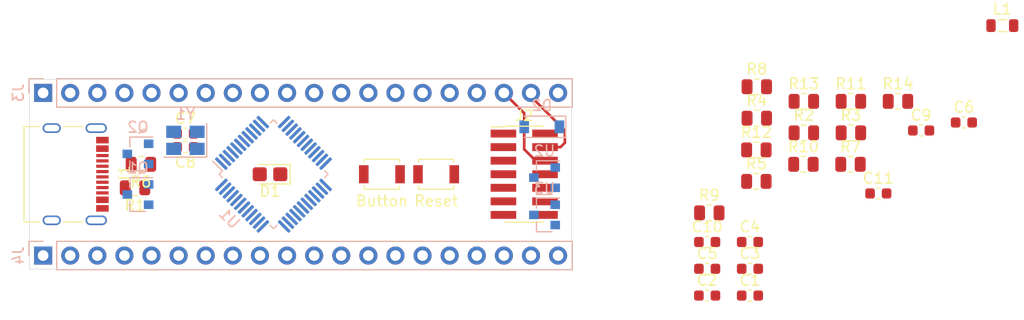
<source format=kicad_pcb>
(kicad_pcb (version 20171130) (host pcbnew "(5.1.7)-1")

  (general
    (thickness 1.6)
    (drawings 4)
    (tracks 9)
    (zones 0)
    (modules 40)
    (nets 63)
  )

  (page A4)
  (layers
    (0 F.Cu signal)
    (31 B.Cu signal)
    (32 B.Adhes user)
    (33 F.Adhes user)
    (34 B.Paste user)
    (35 F.Paste user)
    (36 B.SilkS user)
    (37 F.SilkS user)
    (38 B.Mask user)
    (39 F.Mask user)
    (40 Dwgs.User user)
    (41 Cmts.User user)
    (42 Eco1.User user)
    (43 Eco2.User user)
    (44 Edge.Cuts user)
    (45 Margin user)
    (46 B.CrtYd user)
    (47 F.CrtYd user)
    (48 B.Fab user)
    (49 F.Fab user)
  )

  (setup
    (last_trace_width 0.25)
    (trace_clearance 0.2)
    (zone_clearance 0.508)
    (zone_45_only no)
    (trace_min 0.2)
    (via_size 0.8)
    (via_drill 0.4)
    (via_min_size 0.4)
    (via_min_drill 0.3)
    (uvia_size 0.3)
    (uvia_drill 0.1)
    (uvias_allowed no)
    (uvia_min_size 0.2)
    (uvia_min_drill 0.1)
    (edge_width 0.05)
    (segment_width 0.2)
    (pcb_text_width 0.3)
    (pcb_text_size 1.5 1.5)
    (mod_edge_width 0.12)
    (mod_text_size 1 1)
    (mod_text_width 0.15)
    (pad_size 1.524 1.524)
    (pad_drill 0.762)
    (pad_to_mask_clearance 0)
    (aux_axis_origin 0 0)
    (visible_elements 7FFFFFFF)
    (pcbplotparams
      (layerselection 0x010fc_ffffffff)
      (usegerberextensions false)
      (usegerberattributes true)
      (usegerberadvancedattributes true)
      (creategerberjobfile true)
      (excludeedgelayer true)
      (linewidth 0.100000)
      (plotframeref false)
      (viasonmask false)
      (mode 1)
      (useauxorigin false)
      (hpglpennumber 1)
      (hpglpenspeed 20)
      (hpglpendiameter 15.000000)
      (psnegative false)
      (psa4output false)
      (plotreference true)
      (plotvalue true)
      (plotinvisibletext false)
      (padsonsilk false)
      (subtractmaskfromsilk false)
      (outputformat 1)
      (mirror false)
      (drillshape 1)
      (scaleselection 1)
      (outputdirectory ""))
  )

  (net 0 "")
  (net 1 GNDD)
  (net 2 Vin)
  (net 3 "USB(+)")
  (net 4 "USB(-)")
  (net 5 VCC)
  (net 6 GNDA)
  (net 7 VAA)
  (net 8 OSC_OUT)
  (net 9 OSC_IN)
  (net 10 VBUS)
  (net 11 "Net-(J1-PadB5)")
  (net 12 "Net-(J1-PadA6)")
  (net 13 "Net-(J1-PadA8)")
  (net 14 "Net-(J1-PadA5)")
  (net 15 "Net-(J1-PadB8)")
  (net 16 "Net-(J1-PadA7)")
  (net 17 /2)
  (net 18 /3)
  (net 19 /4)
  (net 20 /5)
  (net 21 /6)
  (net 22 /7)
  (net 23 /8)
  (net 24 /9)
  (net 25 /10)
  (net 26 /11)
  (net 27 RESET)
  (net 28 /12)
  (net 29 /14)
  (net 30 /13)
  (net 31 Vbat)
  (net 32 /31)
  (net 33 /30)
  (net 34 /29)
  (net 35 /28)
  (net 36 /27)
  (net 37 /22)
  (net 38 /21)
  (net 39 /20)
  (net 40 /18)
  (net 41 /17)
  (net 42 /16)
  (net 43 /15)
  (net 44 BOOT)
  (net 45 "Net-(Q1-Pad2)")
  (net 46 "Net-(Q1-Pad1)")
  (net 47 "Net-(Q2-Pad1)")
  (net 48 BOOT0)
  (net 49 /DISC)
  (net 50 /33)
  (net 51 "Net-(D1-Pad2)")
  (net 52 RX)
  (net 53 TX)
  (net 54 "Net-(J2-Pad10)")
  (net 55 "Net-(J2-Pad9)")
  (net 56 SWO)
  (net 57 SWCLK)
  (net 58 SWDIO)
  (net 59 "Net-(J2-Pad2)")
  (net 60 "Net-(J2-Pad1)")
  (net 61 "Net-(R13-Pad1)")
  (net 62 "Net-(R14-Pad1)")

  (net_class Default "This is the default net class."
    (clearance 0.2)
    (trace_width 0.25)
    (via_dia 0.8)
    (via_drill 0.4)
    (uvia_dia 0.3)
    (uvia_drill 0.1)
    (add_net /10)
    (add_net /11)
    (add_net /12)
    (add_net /13)
    (add_net /14)
    (add_net /15)
    (add_net /16)
    (add_net /17)
    (add_net /18)
    (add_net /2)
    (add_net /20)
    (add_net /21)
    (add_net /22)
    (add_net /27)
    (add_net /28)
    (add_net /29)
    (add_net /3)
    (add_net /30)
    (add_net /31)
    (add_net /33)
    (add_net /4)
    (add_net /5)
    (add_net /6)
    (add_net /7)
    (add_net /8)
    (add_net /9)
    (add_net /DISC)
    (add_net BOOT)
    (add_net BOOT0)
    (add_net GNDA)
    (add_net GNDD)
    (add_net "Net-(D1-Pad2)")
    (add_net "Net-(J1-PadA5)")
    (add_net "Net-(J1-PadA6)")
    (add_net "Net-(J1-PadA7)")
    (add_net "Net-(J1-PadA8)")
    (add_net "Net-(J1-PadB5)")
    (add_net "Net-(J1-PadB8)")
    (add_net "Net-(J2-Pad1)")
    (add_net "Net-(J2-Pad10)")
    (add_net "Net-(J2-Pad2)")
    (add_net "Net-(J2-Pad9)")
    (add_net "Net-(Q1-Pad1)")
    (add_net "Net-(Q1-Pad2)")
    (add_net "Net-(Q2-Pad1)")
    (add_net "Net-(R13-Pad1)")
    (add_net "Net-(R14-Pad1)")
    (add_net OSC_IN)
    (add_net OSC_OUT)
    (add_net RESET)
    (add_net RX)
    (add_net SWCLK)
    (add_net SWDIO)
    (add_net SWO)
    (add_net TX)
    (add_net "USB(+)")
    (add_net "USB(-)")
    (add_net VAA)
    (add_net VBUS)
    (add_net VCC)
    (add_net Vbat)
    (add_net Vin)
  )

  (module Connector_PinHeader_1.27mm:PinHeader_2x07_P1.27mm_Vertical_SMD (layer F.Cu) (tedit 59FED6E3) (tstamp 5F959AF2)
    (at 97.155 85.09)
    (descr "surface-mounted straight pin header, 2x07, 1.27mm pitch, double rows")
    (tags "Surface mounted pin header SMD 2x07 1.27mm double row")
    (path /5F95C33C)
    (attr smd)
    (fp_text reference J2 (at 0 -5.505) (layer F.SilkS)
      (effects (font (size 1 1) (thickness 0.15)))
    )
    (fp_text value Conn_ST_STDC14 (at 0 5.505) (layer F.Fab)
      (effects (font (size 1 1) (thickness 0.15)))
    )
    (fp_line (start 4.3 -4.95) (end -4.3 -4.95) (layer F.CrtYd) (width 0.05))
    (fp_line (start 4.3 4.95) (end 4.3 -4.95) (layer F.CrtYd) (width 0.05))
    (fp_line (start -4.3 4.95) (end 4.3 4.95) (layer F.CrtYd) (width 0.05))
    (fp_line (start -4.3 -4.95) (end -4.3 4.95) (layer F.CrtYd) (width 0.05))
    (fp_line (start 1.765 4.44) (end 1.765 4.505) (layer F.SilkS) (width 0.12))
    (fp_line (start -1.765 4.44) (end -1.765 4.505) (layer F.SilkS) (width 0.12))
    (fp_line (start 1.765 -4.505) (end 1.765 -4.44) (layer F.SilkS) (width 0.12))
    (fp_line (start -1.765 -4.505) (end -1.765 -4.44) (layer F.SilkS) (width 0.12))
    (fp_line (start -3.09 -4.44) (end -1.765 -4.44) (layer F.SilkS) (width 0.12))
    (fp_line (start -1.765 4.505) (end 1.765 4.505) (layer F.SilkS) (width 0.12))
    (fp_line (start -1.765 -4.505) (end 1.765 -4.505) (layer F.SilkS) (width 0.12))
    (fp_line (start 2.75 4.01) (end 1.705 4.01) (layer F.Fab) (width 0.1))
    (fp_line (start 2.75 3.61) (end 2.75 4.01) (layer F.Fab) (width 0.1))
    (fp_line (start 1.705 3.61) (end 2.75 3.61) (layer F.Fab) (width 0.1))
    (fp_line (start -2.75 4.01) (end -1.705 4.01) (layer F.Fab) (width 0.1))
    (fp_line (start -2.75 3.61) (end -2.75 4.01) (layer F.Fab) (width 0.1))
    (fp_line (start -1.705 3.61) (end -2.75 3.61) (layer F.Fab) (width 0.1))
    (fp_line (start 2.75 2.74) (end 1.705 2.74) (layer F.Fab) (width 0.1))
    (fp_line (start 2.75 2.34) (end 2.75 2.74) (layer F.Fab) (width 0.1))
    (fp_line (start 1.705 2.34) (end 2.75 2.34) (layer F.Fab) (width 0.1))
    (fp_line (start -2.75 2.74) (end -1.705 2.74) (layer F.Fab) (width 0.1))
    (fp_line (start -2.75 2.34) (end -2.75 2.74) (layer F.Fab) (width 0.1))
    (fp_line (start -1.705 2.34) (end -2.75 2.34) (layer F.Fab) (width 0.1))
    (fp_line (start 2.75 1.47) (end 1.705 1.47) (layer F.Fab) (width 0.1))
    (fp_line (start 2.75 1.07) (end 2.75 1.47) (layer F.Fab) (width 0.1))
    (fp_line (start 1.705 1.07) (end 2.75 1.07) (layer F.Fab) (width 0.1))
    (fp_line (start -2.75 1.47) (end -1.705 1.47) (layer F.Fab) (width 0.1))
    (fp_line (start -2.75 1.07) (end -2.75 1.47) (layer F.Fab) (width 0.1))
    (fp_line (start -1.705 1.07) (end -2.75 1.07) (layer F.Fab) (width 0.1))
    (fp_line (start 2.75 0.2) (end 1.705 0.2) (layer F.Fab) (width 0.1))
    (fp_line (start 2.75 -0.2) (end 2.75 0.2) (layer F.Fab) (width 0.1))
    (fp_line (start 1.705 -0.2) (end 2.75 -0.2) (layer F.Fab) (width 0.1))
    (fp_line (start -2.75 0.2) (end -1.705 0.2) (layer F.Fab) (width 0.1))
    (fp_line (start -2.75 -0.2) (end -2.75 0.2) (layer F.Fab) (width 0.1))
    (fp_line (start -1.705 -0.2) (end -2.75 -0.2) (layer F.Fab) (width 0.1))
    (fp_line (start 2.75 -1.07) (end 1.705 -1.07) (layer F.Fab) (width 0.1))
    (fp_line (start 2.75 -1.47) (end 2.75 -1.07) (layer F.Fab) (width 0.1))
    (fp_line (start 1.705 -1.47) (end 2.75 -1.47) (layer F.Fab) (width 0.1))
    (fp_line (start -2.75 -1.07) (end -1.705 -1.07) (layer F.Fab) (width 0.1))
    (fp_line (start -2.75 -1.47) (end -2.75 -1.07) (layer F.Fab) (width 0.1))
    (fp_line (start -1.705 -1.47) (end -2.75 -1.47) (layer F.Fab) (width 0.1))
    (fp_line (start 2.75 -2.34) (end 1.705 -2.34) (layer F.Fab) (width 0.1))
    (fp_line (start 2.75 -2.74) (end 2.75 -2.34) (layer F.Fab) (width 0.1))
    (fp_line (start 1.705 -2.74) (end 2.75 -2.74) (layer F.Fab) (width 0.1))
    (fp_line (start -2.75 -2.34) (end -1.705 -2.34) (layer F.Fab) (width 0.1))
    (fp_line (start -2.75 -2.74) (end -2.75 -2.34) (layer F.Fab) (width 0.1))
    (fp_line (start -1.705 -2.74) (end -2.75 -2.74) (layer F.Fab) (width 0.1))
    (fp_line (start 2.75 -3.61) (end 1.705 -3.61) (layer F.Fab) (width 0.1))
    (fp_line (start 2.75 -4.01) (end 2.75 -3.61) (layer F.Fab) (width 0.1))
    (fp_line (start 1.705 -4.01) (end 2.75 -4.01) (layer F.Fab) (width 0.1))
    (fp_line (start -2.75 -3.61) (end -1.705 -3.61) (layer F.Fab) (width 0.1))
    (fp_line (start -2.75 -4.01) (end -2.75 -3.61) (layer F.Fab) (width 0.1))
    (fp_line (start -1.705 -4.01) (end -2.75 -4.01) (layer F.Fab) (width 0.1))
    (fp_line (start 1.705 -4.445) (end 1.705 4.445) (layer F.Fab) (width 0.1))
    (fp_line (start -1.705 -4.01) (end -1.27 -4.445) (layer F.Fab) (width 0.1))
    (fp_line (start -1.705 4.445) (end -1.705 -4.01) (layer F.Fab) (width 0.1))
    (fp_line (start -1.27 -4.445) (end 1.705 -4.445) (layer F.Fab) (width 0.1))
    (fp_line (start 1.705 4.445) (end -1.705 4.445) (layer F.Fab) (width 0.1))
    (fp_text user %R (at 0 0 90) (layer F.Fab)
      (effects (font (size 1 1) (thickness 0.15)))
    )
    (pad 14 smd rect (at 1.95 3.81) (size 2.4 0.74) (layers F.Cu F.Paste F.Mask)
      (net 52 RX))
    (pad 13 smd rect (at -1.95 3.81) (size 2.4 0.74) (layers F.Cu F.Paste F.Mask)
      (net 53 TX))
    (pad 12 smd rect (at 1.95 2.54) (size 2.4 0.74) (layers F.Cu F.Paste F.Mask)
      (net 27 RESET))
    (pad 11 smd rect (at -1.95 2.54) (size 2.4 0.74) (layers F.Cu F.Paste F.Mask)
      (net 1 GNDD))
    (pad 10 smd rect (at 1.95 1.27) (size 2.4 0.74) (layers F.Cu F.Paste F.Mask)
      (net 54 "Net-(J2-Pad10)"))
    (pad 9 smd rect (at -1.95 1.27) (size 2.4 0.74) (layers F.Cu F.Paste F.Mask)
      (net 55 "Net-(J2-Pad9)"))
    (pad 8 smd rect (at 1.95 0) (size 2.4 0.74) (layers F.Cu F.Paste F.Mask)
      (net 56 SWO))
    (pad 7 smd rect (at -1.95 0) (size 2.4 0.74) (layers F.Cu F.Paste F.Mask)
      (net 1 GNDD))
    (pad 6 smd rect (at 1.95 -1.27) (size 2.4 0.74) (layers F.Cu F.Paste F.Mask)
      (net 57 SWCLK))
    (pad 5 smd rect (at -1.95 -1.27) (size 2.4 0.74) (layers F.Cu F.Paste F.Mask)
      (net 1 GNDD))
    (pad 4 smd rect (at 1.95 -2.54) (size 2.4 0.74) (layers F.Cu F.Paste F.Mask)
      (net 58 SWDIO))
    (pad 3 smd rect (at -1.95 -2.54) (size 2.4 0.74) (layers F.Cu F.Paste F.Mask)
      (net 5 VCC))
    (pad 2 smd rect (at 1.95 -3.81) (size 2.4 0.74) (layers F.Cu F.Paste F.Mask)
      (net 59 "Net-(J2-Pad2)"))
    (pad 1 smd rect (at -1.95 -3.81) (size 2.4 0.74) (layers F.Cu F.Paste F.Mask)
      (net 60 "Net-(J2-Pad1)"))
    (model ${KISYS3DMOD}/Connector_PinHeader_1.27mm.3dshapes/PinHeader_2x07_P1.27mm_Vertical_SMD.wrl
      (at (xyz 0 0 0))
      (scale (xyz 1 1 1))
      (rotate (xyz 0 0 0))
    )
  )

  (module Diode_SMD:D_SOD-123 (layer B.Cu) (tedit 58645DC7) (tstamp 5F9320D0)
    (at 98.805 80.645 180)
    (descr SOD-123)
    (tags SOD-123)
    (path /5F5C1E5A)
    (attr smd)
    (fp_text reference D2 (at 0 2) (layer B.SilkS)
      (effects (font (size 1 1) (thickness 0.15)) (justify mirror))
    )
    (fp_text value D (at 0 -2.1) (layer B.Fab)
      (effects (font (size 1 1) (thickness 0.15)) (justify mirror))
    )
    (fp_line (start -2.25 1) (end -2.25 -1) (layer B.SilkS) (width 0.12))
    (fp_line (start 0.25 0) (end 0.75 0) (layer B.Fab) (width 0.1))
    (fp_line (start 0.25 -0.4) (end -0.35 0) (layer B.Fab) (width 0.1))
    (fp_line (start 0.25 0.4) (end 0.25 -0.4) (layer B.Fab) (width 0.1))
    (fp_line (start -0.35 0) (end 0.25 0.4) (layer B.Fab) (width 0.1))
    (fp_line (start -0.35 0) (end -0.35 -0.55) (layer B.Fab) (width 0.1))
    (fp_line (start -0.35 0) (end -0.35 0.55) (layer B.Fab) (width 0.1))
    (fp_line (start -0.75 0) (end -0.35 0) (layer B.Fab) (width 0.1))
    (fp_line (start -1.4 -0.9) (end -1.4 0.9) (layer B.Fab) (width 0.1))
    (fp_line (start 1.4 -0.9) (end -1.4 -0.9) (layer B.Fab) (width 0.1))
    (fp_line (start 1.4 0.9) (end 1.4 -0.9) (layer B.Fab) (width 0.1))
    (fp_line (start -1.4 0.9) (end 1.4 0.9) (layer B.Fab) (width 0.1))
    (fp_line (start -2.35 1.15) (end 2.35 1.15) (layer B.CrtYd) (width 0.05))
    (fp_line (start 2.35 1.15) (end 2.35 -1.15) (layer B.CrtYd) (width 0.05))
    (fp_line (start 2.35 -1.15) (end -2.35 -1.15) (layer B.CrtYd) (width 0.05))
    (fp_line (start -2.35 1.15) (end -2.35 -1.15) (layer B.CrtYd) (width 0.05))
    (fp_line (start -2.25 -1) (end 1.65 -1) (layer B.SilkS) (width 0.12))
    (fp_line (start -2.25 1) (end 1.65 1) (layer B.SilkS) (width 0.12))
    (fp_text user %R (at 0 2) (layer B.Fab)
      (effects (font (size 1 1) (thickness 0.15)) (justify mirror))
    )
    (pad 2 smd rect (at 1.65 0 180) (size 0.9 1.2) (layers B.Cu B.Paste B.Mask)
      (net 10 VBUS))
    (pad 1 smd rect (at -1.65 0 180) (size 0.9 1.2) (layers B.Cu B.Paste B.Mask)
      (net 2 Vin))
    (model ${KISYS3DMOD}/Diode_SMD.3dshapes/D_SOD-123.wrl
      (at (xyz 0 0 0))
      (scale (xyz 1 1 1))
      (rotate (xyz 0 0 0))
    )
  )

  (module Crystal:Crystal_SMD_SeikoEpson_TSX3225-4Pin_3.2x2.5mm (layer B.Cu) (tedit 5A0FD1B2) (tstamp 5F932351)
    (at 65.405 81.915 180)
    (descr "crystal Epson Toyocom TSX-3225 series https://support.epson.biz/td/api/doc_check.php?dl=brief_fa-238v_en.pdf, 3.2x2.5mm^2 package")
    (tags "SMD SMT crystal")
    (path /5F6F04E6)
    (attr smd)
    (fp_text reference Y1 (at 0 2.45) (layer B.SilkS)
      (effects (font (size 1 1) (thickness 0.15)) (justify mirror))
    )
    (fp_text value 8MHz (at 0 -2.45) (layer B.Fab)
      (effects (font (size 1 1) (thickness 0.15)) (justify mirror))
    )
    (fp_line (start 2.1 1.7) (end -2.1 1.7) (layer B.CrtYd) (width 0.05))
    (fp_line (start 2.1 -1.7) (end 2.1 1.7) (layer B.CrtYd) (width 0.05))
    (fp_line (start -2.1 -1.7) (end 2.1 -1.7) (layer B.CrtYd) (width 0.05))
    (fp_line (start -2.1 1.7) (end -2.1 -1.7) (layer B.CrtYd) (width 0.05))
    (fp_line (start -2 -1.575) (end 2 -1.575) (layer B.SilkS) (width 0.12))
    (fp_line (start -2 1.575) (end -2 -1.575) (layer B.SilkS) (width 0.12))
    (fp_line (start -1.6 -0.25) (end -0.6 -1.25) (layer B.Fab) (width 0.1))
    (fp_line (start -1.6 1.15) (end -1.5 1.25) (layer B.Fab) (width 0.1))
    (fp_line (start -1.6 -1.15) (end -1.6 1.15) (layer B.Fab) (width 0.1))
    (fp_line (start -1.5 -1.25) (end -1.6 -1.15) (layer B.Fab) (width 0.1))
    (fp_line (start 1.5 -1.25) (end -1.5 -1.25) (layer B.Fab) (width 0.1))
    (fp_line (start 1.6 -1.15) (end 1.5 -1.25) (layer B.Fab) (width 0.1))
    (fp_line (start 1.6 1.15) (end 1.6 -1.15) (layer B.Fab) (width 0.1))
    (fp_line (start 1.5 1.25) (end 1.6 1.15) (layer B.Fab) (width 0.1))
    (fp_line (start -1.5 1.25) (end 1.5 1.25) (layer B.Fab) (width 0.1))
    (fp_text user %R (at 0 0) (layer B.Fab)
      (effects (font (size 0.7 0.7) (thickness 0.105)) (justify mirror))
    )
    (pad 4 smd rect (at -1.1 0.8 180) (size 1.4 1.15) (layers B.Cu B.Paste B.Mask)
      (net 1 GNDD))
    (pad 3 smd rect (at 1.1 0.8 180) (size 1.4 1.15) (layers B.Cu B.Paste B.Mask)
      (net 9 OSC_IN))
    (pad 2 smd rect (at 1.1 -0.8 180) (size 1.4 1.15) (layers B.Cu B.Paste B.Mask)
      (net 1 GNDD))
    (pad 1 smd rect (at -1.1 -0.8 180) (size 1.4 1.15) (layers B.Cu B.Paste B.Mask)
      (net 8 OSC_OUT))
    (model ${KISYS3DMOD}/Crystal.3dshapes/Crystal_SMD_SeikoEpson_TSX3225-4Pin_3.2x2.5mm.wrl
      (at (xyz 0 0 0))
      (scale (xyz 1 1 1))
      (rotate (xyz 0 0 0))
    )
  )

  (module Package_QFP:LQFP-48_7x7mm_P0.5mm (layer B.Cu) (tedit 5D9F72AF) (tstamp 5F932339)
    (at 73.66 85.09 315)
    (descr "LQFP, 48 Pin (https://www.analog.com/media/en/technical-documentation/data-sheets/ltc2358-16.pdf), generated with kicad-footprint-generator ipc_gullwing_generator.py")
    (tags "LQFP QFP")
    (path /5F5EE10A)
    (attr smd)
    (fp_text reference U1 (at 0 5.85 135) (layer B.SilkS)
      (effects (font (size 1 1) (thickness 0.15)) (justify mirror))
    )
    (fp_text value STM32F103CBTx (at 0 -5.85 135) (layer B.Fab)
      (effects (font (size 1 1) (thickness 0.15)) (justify mirror))
    )
    (fp_line (start 5.15 -3.15) (end 5.15 0) (layer B.CrtYd) (width 0.05))
    (fp_line (start 3.75 -3.15) (end 5.15 -3.15) (layer B.CrtYd) (width 0.05))
    (fp_line (start 3.75 -3.75) (end 3.75 -3.15) (layer B.CrtYd) (width 0.05))
    (fp_line (start 3.15 -3.75) (end 3.75 -3.75) (layer B.CrtYd) (width 0.05))
    (fp_line (start 3.15 -5.15) (end 3.15 -3.75) (layer B.CrtYd) (width 0.05))
    (fp_line (start 0 -5.15) (end 3.15 -5.15) (layer B.CrtYd) (width 0.05))
    (fp_line (start -5.15 -3.15) (end -5.15 0) (layer B.CrtYd) (width 0.05))
    (fp_line (start -3.75 -3.15) (end -5.15 -3.15) (layer B.CrtYd) (width 0.05))
    (fp_line (start -3.75 -3.75) (end -3.75 -3.15) (layer B.CrtYd) (width 0.05))
    (fp_line (start -3.15 -3.75) (end -3.75 -3.75) (layer B.CrtYd) (width 0.05))
    (fp_line (start -3.15 -5.15) (end -3.15 -3.75) (layer B.CrtYd) (width 0.05))
    (fp_line (start 0 -5.15) (end -3.15 -5.15) (layer B.CrtYd) (width 0.05))
    (fp_line (start 5.15 3.15) (end 5.15 0) (layer B.CrtYd) (width 0.05))
    (fp_line (start 3.75 3.15) (end 5.15 3.15) (layer B.CrtYd) (width 0.05))
    (fp_line (start 3.75 3.75) (end 3.75 3.15) (layer B.CrtYd) (width 0.05))
    (fp_line (start 3.15 3.75) (end 3.75 3.75) (layer B.CrtYd) (width 0.05))
    (fp_line (start 3.15 5.15) (end 3.15 3.75) (layer B.CrtYd) (width 0.05))
    (fp_line (start 0 5.15) (end 3.15 5.15) (layer B.CrtYd) (width 0.05))
    (fp_line (start -5.15 3.15) (end -5.15 0) (layer B.CrtYd) (width 0.05))
    (fp_line (start -3.75 3.15) (end -5.15 3.15) (layer B.CrtYd) (width 0.05))
    (fp_line (start -3.75 3.75) (end -3.75 3.15) (layer B.CrtYd) (width 0.05))
    (fp_line (start -3.15 3.75) (end -3.75 3.75) (layer B.CrtYd) (width 0.05))
    (fp_line (start -3.15 5.15) (end -3.15 3.75) (layer B.CrtYd) (width 0.05))
    (fp_line (start 0 5.15) (end -3.15 5.15) (layer B.CrtYd) (width 0.05))
    (fp_line (start -3.5 2.5) (end -2.5 3.5) (layer B.Fab) (width 0.1))
    (fp_line (start -3.5 -3.5) (end -3.5 2.5) (layer B.Fab) (width 0.1))
    (fp_line (start 3.5 -3.5) (end -3.5 -3.5) (layer B.Fab) (width 0.1))
    (fp_line (start 3.5 3.5) (end 3.5 -3.5) (layer B.Fab) (width 0.1))
    (fp_line (start -2.5 3.5) (end 3.5 3.5) (layer B.Fab) (width 0.1))
    (fp_line (start -3.61 3.16) (end -4.9 3.16) (layer B.SilkS) (width 0.12))
    (fp_line (start -3.61 3.61) (end -3.61 3.16) (layer B.SilkS) (width 0.12))
    (fp_line (start -3.16 3.61) (end -3.61 3.61) (layer B.SilkS) (width 0.12))
    (fp_line (start 3.61 3.61) (end 3.61 3.16) (layer B.SilkS) (width 0.12))
    (fp_line (start 3.16 3.61) (end 3.61 3.61) (layer B.SilkS) (width 0.12))
    (fp_line (start -3.61 -3.61) (end -3.61 -3.16) (layer B.SilkS) (width 0.12))
    (fp_line (start -3.16 -3.61) (end -3.61 -3.61) (layer B.SilkS) (width 0.12))
    (fp_line (start 3.61 -3.61) (end 3.61 -3.16) (layer B.SilkS) (width 0.12))
    (fp_line (start 3.16 -3.61) (end 3.61 -3.61) (layer B.SilkS) (width 0.12))
    (fp_text user %R (at 0 0 135) (layer B.Fab)
      (effects (font (size 1 1) (thickness 0.15)) (justify mirror))
    )
    (pad 48 smd roundrect (at -2.75 4.1625 315) (size 0.3 1.475) (layers B.Cu B.Paste B.Mask) (roundrect_rratio 0.25)
      (net 5 VCC))
    (pad 47 smd roundrect (at -2.25 4.1625 315) (size 0.3 1.475) (layers B.Cu B.Paste B.Mask) (roundrect_rratio 0.25)
      (net 1 GNDD))
    (pad 46 smd roundrect (at -1.75 4.1625 315) (size 0.3 1.475) (layers B.Cu B.Paste B.Mask) (roundrect_rratio 0.25)
      (net 49 /DISC))
    (pad 45 smd roundrect (at -1.25 4.1625 315) (size 0.3 1.475) (layers B.Cu B.Paste B.Mask) (roundrect_rratio 0.25)
      (net 44 BOOT))
    (pad 44 smd roundrect (at -0.75 4.1625 315) (size 0.3 1.475) (layers B.Cu B.Paste B.Mask) (roundrect_rratio 0.25)
      (net 48 BOOT0))
    (pad 43 smd roundrect (at -0.25 4.1625 315) (size 0.3 1.475) (layers B.Cu B.Paste B.Mask) (roundrect_rratio 0.25)
      (net 43 /15))
    (pad 42 smd roundrect (at 0.25 4.1625 315) (size 0.3 1.475) (layers B.Cu B.Paste B.Mask) (roundrect_rratio 0.25)
      (net 42 /16))
    (pad 41 smd roundrect (at 0.75 4.1625 315) (size 0.3 1.475) (layers B.Cu B.Paste B.Mask) (roundrect_rratio 0.25)
      (net 41 /17))
    (pad 40 smd roundrect (at 1.25 4.1625 315) (size 0.3 1.475) (layers B.Cu B.Paste B.Mask) (roundrect_rratio 0.25)
      (net 40 /18))
    (pad 39 smd roundrect (at 1.75 4.1625 315) (size 0.3 1.475) (layers B.Cu B.Paste B.Mask) (roundrect_rratio 0.25)
      (net 56 SWO))
    (pad 38 smd roundrect (at 2.25 4.1625 315) (size 0.3 1.475) (layers B.Cu B.Paste B.Mask) (roundrect_rratio 0.25)
      (net 39 /20))
    (pad 37 smd roundrect (at 2.75 4.1625 315) (size 0.3 1.475) (layers B.Cu B.Paste B.Mask) (roundrect_rratio 0.25)
      (net 38 /21))
    (pad 36 smd roundrect (at 4.1625 2.75 315) (size 1.475 0.3) (layers B.Cu B.Paste B.Mask) (roundrect_rratio 0.25)
      (net 5 VCC))
    (pad 35 smd roundrect (at 4.1625 2.25 315) (size 1.475 0.3) (layers B.Cu B.Paste B.Mask) (roundrect_rratio 0.25)
      (net 1 GNDD))
    (pad 34 smd roundrect (at 4.1625 1.75 315) (size 1.475 0.3) (layers B.Cu B.Paste B.Mask) (roundrect_rratio 0.25)
      (net 37 /22))
    (pad 33 smd roundrect (at 4.1625 1.25 315) (size 1.475 0.3) (layers B.Cu B.Paste B.Mask) (roundrect_rratio 0.25)
      (net 4 "USB(-)"))
    (pad 32 smd roundrect (at 4.1625 0.75 315) (size 1.475 0.3) (layers B.Cu B.Paste B.Mask) (roundrect_rratio 0.25)
      (net 3 "USB(+)"))
    (pad 31 smd roundrect (at 4.1625 0.25 315) (size 1.475 0.3) (layers B.Cu B.Paste B.Mask) (roundrect_rratio 0.25)
      (net 52 RX))
    (pad 30 smd roundrect (at 4.1625 -0.25 315) (size 1.475 0.3) (layers B.Cu B.Paste B.Mask) (roundrect_rratio 0.25)
      (net 53 TX))
    (pad 29 smd roundrect (at 4.1625 -0.75 315) (size 1.475 0.3) (layers B.Cu B.Paste B.Mask) (roundrect_rratio 0.25)
      (net 36 /27))
    (pad 28 smd roundrect (at 4.1625 -1.25 315) (size 1.475 0.3) (layers B.Cu B.Paste B.Mask) (roundrect_rratio 0.25)
      (net 35 /28))
    (pad 27 smd roundrect (at 4.1625 -1.75 315) (size 1.475 0.3) (layers B.Cu B.Paste B.Mask) (roundrect_rratio 0.25)
      (net 34 /29))
    (pad 26 smd roundrect (at 4.1625 -2.25 315) (size 1.475 0.3) (layers B.Cu B.Paste B.Mask) (roundrect_rratio 0.25)
      (net 33 /30))
    (pad 25 smd roundrect (at 4.1625 -2.75 315) (size 1.475 0.3) (layers B.Cu B.Paste B.Mask) (roundrect_rratio 0.25)
      (net 32 /31))
    (pad 24 smd roundrect (at 2.75 -4.1625 315) (size 0.3 1.475) (layers B.Cu B.Paste B.Mask) (roundrect_rratio 0.25)
      (net 5 VCC))
    (pad 23 smd roundrect (at 2.25 -4.1625 315) (size 0.3 1.475) (layers B.Cu B.Paste B.Mask) (roundrect_rratio 0.25)
      (net 1 GNDD))
    (pad 22 smd roundrect (at 1.75 -4.1625 315) (size 0.3 1.475) (layers B.Cu B.Paste B.Mask) (roundrect_rratio 0.25)
      (net 58 SWDIO))
    (pad 21 smd roundrect (at 1.25 -4.1625 315) (size 0.3 1.475) (layers B.Cu B.Paste B.Mask) (roundrect_rratio 0.25)
      (net 57 SWCLK))
    (pad 20 smd roundrect (at 0.75 -4.1625 315) (size 0.3 1.475) (layers B.Cu B.Paste B.Mask) (roundrect_rratio 0.25)
      (net 17 /2))
    (pad 19 smd roundrect (at 0.25 -4.1625 315) (size 0.3 1.475) (layers B.Cu B.Paste B.Mask) (roundrect_rratio 0.25)
      (net 50 /33))
    (pad 18 smd roundrect (at -0.25 -4.1625 315) (size 0.3 1.475) (layers B.Cu B.Paste B.Mask) (roundrect_rratio 0.25)
      (net 18 /3))
    (pad 17 smd roundrect (at -0.75 -4.1625 315) (size 0.3 1.475) (layers B.Cu B.Paste B.Mask) (roundrect_rratio 0.25)
      (net 19 /4))
    (pad 16 smd roundrect (at -1.25 -4.1625 315) (size 0.3 1.475) (layers B.Cu B.Paste B.Mask) (roundrect_rratio 0.25)
      (net 20 /5))
    (pad 15 smd roundrect (at -1.75 -4.1625 315) (size 0.3 1.475) (layers B.Cu B.Paste B.Mask) (roundrect_rratio 0.25)
      (net 21 /6))
    (pad 14 smd roundrect (at -2.25 -4.1625 315) (size 0.3 1.475) (layers B.Cu B.Paste B.Mask) (roundrect_rratio 0.25)
      (net 22 /7))
    (pad 13 smd roundrect (at -2.75 -4.1625 315) (size 0.3 1.475) (layers B.Cu B.Paste B.Mask) (roundrect_rratio 0.25)
      (net 23 /8))
    (pad 12 smd roundrect (at -4.1625 -2.75 315) (size 1.475 0.3) (layers B.Cu B.Paste B.Mask) (roundrect_rratio 0.25)
      (net 24 /9))
    (pad 11 smd roundrect (at -4.1625 -2.25 315) (size 1.475 0.3) (layers B.Cu B.Paste B.Mask) (roundrect_rratio 0.25)
      (net 25 /10))
    (pad 10 smd roundrect (at -4.1625 -1.75 315) (size 1.475 0.3) (layers B.Cu B.Paste B.Mask) (roundrect_rratio 0.25)
      (net 26 /11))
    (pad 9 smd roundrect (at -4.1625 -1.25 315) (size 1.475 0.3) (layers B.Cu B.Paste B.Mask) (roundrect_rratio 0.25)
      (net 7 VAA))
    (pad 8 smd roundrect (at -4.1625 -0.75 315) (size 1.475 0.3) (layers B.Cu B.Paste B.Mask) (roundrect_rratio 0.25)
      (net 6 GNDA))
    (pad 7 smd roundrect (at -4.1625 -0.25 315) (size 1.475 0.3) (layers B.Cu B.Paste B.Mask) (roundrect_rratio 0.25)
      (net 27 RESET))
    (pad 6 smd roundrect (at -4.1625 0.25 315) (size 1.475 0.3) (layers B.Cu B.Paste B.Mask) (roundrect_rratio 0.25)
      (net 8 OSC_OUT))
    (pad 5 smd roundrect (at -4.1625 0.75 315) (size 1.475 0.3) (layers B.Cu B.Paste B.Mask) (roundrect_rratio 0.25)
      (net 9 OSC_IN))
    (pad 4 smd roundrect (at -4.1625 1.25 315) (size 1.475 0.3) (layers B.Cu B.Paste B.Mask) (roundrect_rratio 0.25)
      (net 28 /12))
    (pad 3 smd roundrect (at -4.1625 1.75 315) (size 1.475 0.3) (layers B.Cu B.Paste B.Mask) (roundrect_rratio 0.25)
      (net 30 /13))
    (pad 2 smd roundrect (at -4.1625 2.25 315) (size 1.475 0.3) (layers B.Cu B.Paste B.Mask) (roundrect_rratio 0.25)
      (net 29 /14))
    (pad 1 smd roundrect (at -4.1625 2.75 315) (size 1.475 0.3) (layers B.Cu B.Paste B.Mask) (roundrect_rratio 0.25)
      (net 31 Vbat))
    (model ${KISYS3DMOD}/Package_QFP.3dshapes/LQFP-48_7x7mm_P0.5mm.wrl
      (at (xyz 0 0 0))
      (scale (xyz 1 1 1))
      (rotate (xyz 0 0 0))
    )
  )

  (module Package_TO_SOT_SMD:SOT-23 (layer B.Cu) (tedit 5A02FF57) (tstamp 5F9322DE)
    (at 99.06 88.9 180)
    (descr "SOT-23, Standard")
    (tags SOT-23)
    (path /5F594C88)
    (attr smd)
    (fp_text reference U3 (at 0 2.5) (layer B.SilkS)
      (effects (font (size 1 1) (thickness 0.15)) (justify mirror))
    )
    (fp_text value MCP1703A-3302_SOT23 (at 0 -2.5) (layer B.Fab)
      (effects (font (size 1 1) (thickness 0.15)) (justify mirror))
    )
    (fp_line (start 0.76 -1.58) (end -0.7 -1.58) (layer B.SilkS) (width 0.12))
    (fp_line (start 0.76 1.58) (end -1.4 1.58) (layer B.SilkS) (width 0.12))
    (fp_line (start -1.7 -1.75) (end -1.7 1.75) (layer B.CrtYd) (width 0.05))
    (fp_line (start 1.7 -1.75) (end -1.7 -1.75) (layer B.CrtYd) (width 0.05))
    (fp_line (start 1.7 1.75) (end 1.7 -1.75) (layer B.CrtYd) (width 0.05))
    (fp_line (start -1.7 1.75) (end 1.7 1.75) (layer B.CrtYd) (width 0.05))
    (fp_line (start 0.76 1.58) (end 0.76 0.65) (layer B.SilkS) (width 0.12))
    (fp_line (start 0.76 -1.58) (end 0.76 -0.65) (layer B.SilkS) (width 0.12))
    (fp_line (start -0.7 -1.52) (end 0.7 -1.52) (layer B.Fab) (width 0.1))
    (fp_line (start 0.7 1.52) (end 0.7 -1.52) (layer B.Fab) (width 0.1))
    (fp_line (start -0.7 0.95) (end -0.15 1.52) (layer B.Fab) (width 0.1))
    (fp_line (start -0.15 1.52) (end 0.7 1.52) (layer B.Fab) (width 0.1))
    (fp_line (start -0.7 0.95) (end -0.7 -1.5) (layer B.Fab) (width 0.1))
    (fp_text user %R (at 0 0 -90) (layer B.Fab)
      (effects (font (size 0.5 0.5) (thickness 0.075)) (justify mirror))
    )
    (pad 3 smd rect (at 1 0 180) (size 0.9 0.8) (layers B.Cu B.Paste B.Mask)
      (net 2 Vin))
    (pad 2 smd rect (at -1 -0.95 180) (size 0.9 0.8) (layers B.Cu B.Paste B.Mask)
      (net 7 VAA))
    (pad 1 smd rect (at -1 0.95 180) (size 0.9 0.8) (layers B.Cu B.Paste B.Mask)
      (net 1 GNDD))
    (model ${KISYS3DMOD}/Package_TO_SOT_SMD.3dshapes/SOT-23.wrl
      (at (xyz 0 0 0))
      (scale (xyz 1 1 1))
      (rotate (xyz 0 0 0))
    )
  )

  (module Package_TO_SOT_SMD:SOT-23 (layer B.Cu) (tedit 5A02FF57) (tstamp 5F9322C9)
    (at 99.06 85.41 180)
    (descr "SOT-23, Standard")
    (tags SOT-23)
    (path /5F593FA7)
    (attr smd)
    (fp_text reference U2 (at 0 2.5) (layer B.SilkS)
      (effects (font (size 1 1) (thickness 0.15)) (justify mirror))
    )
    (fp_text value MCP1703A-3302_SOT23 (at 0 -2.5) (layer B.Fab)
      (effects (font (size 1 1) (thickness 0.15)) (justify mirror))
    )
    (fp_line (start 0.76 -1.58) (end -0.7 -1.58) (layer B.SilkS) (width 0.12))
    (fp_line (start 0.76 1.58) (end -1.4 1.58) (layer B.SilkS) (width 0.12))
    (fp_line (start -1.7 -1.75) (end -1.7 1.75) (layer B.CrtYd) (width 0.05))
    (fp_line (start 1.7 -1.75) (end -1.7 -1.75) (layer B.CrtYd) (width 0.05))
    (fp_line (start 1.7 1.75) (end 1.7 -1.75) (layer B.CrtYd) (width 0.05))
    (fp_line (start -1.7 1.75) (end 1.7 1.75) (layer B.CrtYd) (width 0.05))
    (fp_line (start 0.76 1.58) (end 0.76 0.65) (layer B.SilkS) (width 0.12))
    (fp_line (start 0.76 -1.58) (end 0.76 -0.65) (layer B.SilkS) (width 0.12))
    (fp_line (start -0.7 -1.52) (end 0.7 -1.52) (layer B.Fab) (width 0.1))
    (fp_line (start 0.7 1.52) (end 0.7 -1.52) (layer B.Fab) (width 0.1))
    (fp_line (start -0.7 0.95) (end -0.15 1.52) (layer B.Fab) (width 0.1))
    (fp_line (start -0.15 1.52) (end 0.7 1.52) (layer B.Fab) (width 0.1))
    (fp_line (start -0.7 0.95) (end -0.7 -1.5) (layer B.Fab) (width 0.1))
    (fp_text user %R (at 0 0 270) (layer B.Fab)
      (effects (font (size 0.5 0.5) (thickness 0.075)) (justify mirror))
    )
    (pad 3 smd rect (at 1 0 180) (size 0.9 0.8) (layers B.Cu B.Paste B.Mask)
      (net 2 Vin))
    (pad 2 smd rect (at -1 -0.95 180) (size 0.9 0.8) (layers B.Cu B.Paste B.Mask)
      (net 5 VCC))
    (pad 1 smd rect (at -1 0.95 180) (size 0.9 0.8) (layers B.Cu B.Paste B.Mask)
      (net 1 GNDD))
    (model ${KISYS3DMOD}/Package_TO_SOT_SMD.3dshapes/SOT-23.wrl
      (at (xyz 0 0 0))
      (scale (xyz 1 1 1))
      (rotate (xyz 0 0 0))
    )
  )

  (module Button_Switch_SMD:SW_SPST_B3U-1000P-B (layer F.Cu) (tedit 5A02FC95) (tstamp 5F9322B4)
    (at 83.82 85.09)
    (descr "Ultra-small-sized Tactile Switch with High Contact Reliability, Top-actuated Model, without Ground Terminal, with Boss")
    (tags "Tactile Switch")
    (path /5F5DE561)
    (attr smd)
    (fp_text reference SW2 (at 0 -2.5) (layer F.SilkS) hide
      (effects (font (size 1 1) (thickness 0.15)))
    )
    (fp_text value Button (at 0 2.5) (layer F.SilkS)
      (effects (font (size 1 1) (thickness 0.15)))
    )
    (fp_circle (center 0 0) (end 0.75 0) (layer F.Fab) (width 0.1))
    (fp_line (start -1.5 1.25) (end -1.5 -1.25) (layer F.Fab) (width 0.1))
    (fp_line (start 1.5 1.25) (end -1.5 1.25) (layer F.Fab) (width 0.1))
    (fp_line (start 1.5 -1.25) (end 1.5 1.25) (layer F.Fab) (width 0.1))
    (fp_line (start -1.5 -1.25) (end 1.5 -1.25) (layer F.Fab) (width 0.1))
    (fp_line (start 1.65 -1.4) (end 1.65 -1.1) (layer F.SilkS) (width 0.12))
    (fp_line (start -1.65 -1.4) (end 1.65 -1.4) (layer F.SilkS) (width 0.12))
    (fp_line (start -1.65 -1.1) (end -1.65 -1.4) (layer F.SilkS) (width 0.12))
    (fp_line (start 1.65 1.4) (end 1.65 1.1) (layer F.SilkS) (width 0.12))
    (fp_line (start -1.65 1.4) (end 1.65 1.4) (layer F.SilkS) (width 0.12))
    (fp_line (start -1.65 1.1) (end -1.65 1.4) (layer F.SilkS) (width 0.12))
    (fp_line (start -2.4 -1.65) (end -2.4 1.65) (layer F.CrtYd) (width 0.05))
    (fp_line (start 2.4 -1.65) (end -2.4 -1.65) (layer F.CrtYd) (width 0.05))
    (fp_line (start 2.4 1.65) (end 2.4 -1.65) (layer F.CrtYd) (width 0.05))
    (fp_line (start -2.4 1.65) (end 2.4 1.65) (layer F.CrtYd) (width 0.05))
    (fp_text user %R (at 0 -2.5) (layer F.Fab)
      (effects (font (size 1 1) (thickness 0.15)))
    )
    (pad "" np_thru_hole circle (at 0 0) (size 0.8 0.8) (drill 0.8) (layers *.Cu *.Mask))
    (pad 2 smd rect (at 1.7 0) (size 0.9 1.7) (layers F.Cu F.Paste F.Mask)
      (net 48 BOOT0))
    (pad 1 smd rect (at -1.7 0) (size 0.9 1.7) (layers F.Cu F.Paste F.Mask)
      (net 62 "Net-(R14-Pad1)"))
    (model ${KISYS3DMOD}/Button_Switch_SMD.3dshapes/SW_SPST_B3U-1000P-B.wrl
      (at (xyz 0 0 0))
      (scale (xyz 1 1 1))
      (rotate (xyz 0 0 0))
    )
  )

  (module Button_Switch_SMD:SW_SPST_B3U-1000P-B (layer F.Cu) (tedit 5A02FC95) (tstamp 5F93229D)
    (at 88.9 85.09)
    (descr "Ultra-small-sized Tactile Switch with High Contact Reliability, Top-actuated Model, without Ground Terminal, with Boss")
    (tags "Tactile Switch")
    (path /5F5DDA23)
    (attr smd)
    (fp_text reference SW1 (at 0 -2.5) (layer F.SilkS) hide
      (effects (font (size 1 1) (thickness 0.15)))
    )
    (fp_text value Reset (at 0 2.5) (layer F.SilkS)
      (effects (font (size 1 1) (thickness 0.15)))
    )
    (fp_circle (center 0 0) (end 0.75 0) (layer F.Fab) (width 0.1))
    (fp_line (start -1.5 1.25) (end -1.5 -1.25) (layer F.Fab) (width 0.1))
    (fp_line (start 1.5 1.25) (end -1.5 1.25) (layer F.Fab) (width 0.1))
    (fp_line (start 1.5 -1.25) (end 1.5 1.25) (layer F.Fab) (width 0.1))
    (fp_line (start -1.5 -1.25) (end 1.5 -1.25) (layer F.Fab) (width 0.1))
    (fp_line (start 1.65 -1.4) (end 1.65 -1.1) (layer F.SilkS) (width 0.12))
    (fp_line (start -1.65 -1.4) (end 1.65 -1.4) (layer F.SilkS) (width 0.12))
    (fp_line (start -1.65 -1.1) (end -1.65 -1.4) (layer F.SilkS) (width 0.12))
    (fp_line (start 1.65 1.4) (end 1.65 1.1) (layer F.SilkS) (width 0.12))
    (fp_line (start -1.65 1.4) (end 1.65 1.4) (layer F.SilkS) (width 0.12))
    (fp_line (start -1.65 1.1) (end -1.65 1.4) (layer F.SilkS) (width 0.12))
    (fp_line (start -2.4 -1.65) (end -2.4 1.65) (layer F.CrtYd) (width 0.05))
    (fp_line (start 2.4 -1.65) (end -2.4 -1.65) (layer F.CrtYd) (width 0.05))
    (fp_line (start 2.4 1.65) (end 2.4 -1.65) (layer F.CrtYd) (width 0.05))
    (fp_line (start -2.4 1.65) (end 2.4 1.65) (layer F.CrtYd) (width 0.05))
    (fp_text user %R (at 0 -2.5) (layer F.Fab)
      (effects (font (size 1 1) (thickness 0.15)))
    )
    (pad "" np_thru_hole circle (at 0 0) (size 0.8 0.8) (drill 0.8) (layers *.Cu *.Mask))
    (pad 2 smd rect (at 1.7 0) (size 0.9 1.7) (layers F.Cu F.Paste F.Mask)
      (net 27 RESET))
    (pad 1 smd rect (at -1.7 0) (size 0.9 1.7) (layers F.Cu F.Paste F.Mask)
      (net 61 "Net-(R13-Pad1)"))
    (model ${KISYS3DMOD}/Button_Switch_SMD.3dshapes/SW_SPST_B3U-1000P-B.wrl
      (at (xyz 0 0 0))
      (scale (xyz 1 1 1))
      (rotate (xyz 0 0 0))
    )
  )

  (module Resistor_SMD:R_0805_2012Metric (layer F.Cu) (tedit 5F68FEEE) (tstamp 5F932286)
    (at 118.91 82.81)
    (descr "Resistor SMD 0805 (2012 Metric), square (rectangular) end terminal, IPC_7351 nominal, (Body size source: IPC-SM-782 page 72, https://www.pcb-3d.com/wordpress/wp-content/uploads/ipc-sm-782a_amendment_1_and_2.pdf), generated with kicad-footprint-generator")
    (tags resistor)
    (path /5F6CD58C)
    (attr smd)
    (fp_text reference R12 (at 0 -1.65) (layer F.SilkS)
      (effects (font (size 1 1) (thickness 0.15)))
    )
    (fp_text value 1.5K (at 0 1.65) (layer F.Fab)
      (effects (font (size 1 1) (thickness 0.15)))
    )
    (fp_line (start 1.68 0.95) (end -1.68 0.95) (layer F.CrtYd) (width 0.05))
    (fp_line (start 1.68 -0.95) (end 1.68 0.95) (layer F.CrtYd) (width 0.05))
    (fp_line (start -1.68 -0.95) (end 1.68 -0.95) (layer F.CrtYd) (width 0.05))
    (fp_line (start -1.68 0.95) (end -1.68 -0.95) (layer F.CrtYd) (width 0.05))
    (fp_line (start -0.227064 0.735) (end 0.227064 0.735) (layer F.SilkS) (width 0.12))
    (fp_line (start -0.227064 -0.735) (end 0.227064 -0.735) (layer F.SilkS) (width 0.12))
    (fp_line (start 1 0.625) (end -1 0.625) (layer F.Fab) (width 0.1))
    (fp_line (start 1 -0.625) (end 1 0.625) (layer F.Fab) (width 0.1))
    (fp_line (start -1 -0.625) (end 1 -0.625) (layer F.Fab) (width 0.1))
    (fp_line (start -1 0.625) (end -1 -0.625) (layer F.Fab) (width 0.1))
    (fp_text user %R (at 0 0) (layer F.Fab)
      (effects (font (size 0.5 0.5) (thickness 0.08)))
    )
    (pad 2 smd roundrect (at 0.9125 0) (size 1.025 1.4) (layers F.Cu F.Paste F.Mask) (roundrect_rratio 0.243902)
      (net 50 /33))
    (pad 1 smd roundrect (at -0.9125 0) (size 1.025 1.4) (layers F.Cu F.Paste F.Mask) (roundrect_rratio 0.243902)
      (net 51 "Net-(D1-Pad2)"))
    (model ${KISYS3DMOD}/Resistor_SMD.3dshapes/R_0805_2012Metric.wrl
      (at (xyz 0 0 0))
      (scale (xyz 1 1 1))
      (rotate (xyz 0 0 0))
    )
  )

  (module Resistor_SMD:R_0805_2012Metric (layer F.Cu) (tedit 5F68FEEE) (tstamp 5F932275)
    (at 118.95 76.89)
    (descr "Resistor SMD 0805 (2012 Metric), square (rectangular) end terminal, IPC_7351 nominal, (Body size source: IPC-SM-782 page 72, https://www.pcb-3d.com/wordpress/wp-content/uploads/ipc-sm-782a_amendment_1_and_2.pdf), generated with kicad-footprint-generator")
    (tags resistor)
    (path /5F57968D)
    (attr smd)
    (fp_text reference R8 (at 0 -1.65) (layer F.SilkS)
      (effects (font (size 1 1) (thickness 0.15)))
    )
    (fp_text value 1K (at 0 1.65) (layer F.Fab)
      (effects (font (size 1 1) (thickness 0.15)))
    )
    (fp_line (start 1.68 0.95) (end -1.68 0.95) (layer F.CrtYd) (width 0.05))
    (fp_line (start 1.68 -0.95) (end 1.68 0.95) (layer F.CrtYd) (width 0.05))
    (fp_line (start -1.68 -0.95) (end 1.68 -0.95) (layer F.CrtYd) (width 0.05))
    (fp_line (start -1.68 0.95) (end -1.68 -0.95) (layer F.CrtYd) (width 0.05))
    (fp_line (start -0.227064 0.735) (end 0.227064 0.735) (layer F.SilkS) (width 0.12))
    (fp_line (start -0.227064 -0.735) (end 0.227064 -0.735) (layer F.SilkS) (width 0.12))
    (fp_line (start 1 0.625) (end -1 0.625) (layer F.Fab) (width 0.1))
    (fp_line (start 1 -0.625) (end 1 0.625) (layer F.Fab) (width 0.1))
    (fp_line (start -1 -0.625) (end 1 -0.625) (layer F.Fab) (width 0.1))
    (fp_line (start -1 0.625) (end -1 -0.625) (layer F.Fab) (width 0.1))
    (fp_text user %R (at 0 0) (layer F.Fab)
      (effects (font (size 0.5 0.5) (thickness 0.08)))
    )
    (pad 2 smd roundrect (at 0.9125 0) (size 1.025 1.4) (layers F.Cu F.Paste F.Mask) (roundrect_rratio 0.243902)
      (net 49 /DISC))
    (pad 1 smd roundrect (at -0.9125 0) (size 1.025 1.4) (layers F.Cu F.Paste F.Mask) (roundrect_rratio 0.243902)
      (net 47 "Net-(Q2-Pad1)"))
    (model ${KISYS3DMOD}/Resistor_SMD.3dshapes/R_0805_2012Metric.wrl
      (at (xyz 0 0 0))
      (scale (xyz 1 1 1))
      (rotate (xyz 0 0 0))
    )
  )

  (module Resistor_SMD:R_0805_2012Metric (layer F.Cu) (tedit 5F68FEEE) (tstamp 5F932264)
    (at 118.91 85.76)
    (descr "Resistor SMD 0805 (2012 Metric), square (rectangular) end terminal, IPC_7351 nominal, (Body size source: IPC-SM-782 page 72, https://www.pcb-3d.com/wordpress/wp-content/uploads/ipc-sm-782a_amendment_1_and_2.pdf), generated with kicad-footprint-generator")
    (tags resistor)
    (path /5F579F2F)
    (attr smd)
    (fp_text reference R5 (at 0 -1.65) (layer F.SilkS)
      (effects (font (size 1 1) (thickness 0.15)))
    )
    (fp_text value 47K (at 0 1.65) (layer F.Fab)
      (effects (font (size 1 1) (thickness 0.15)))
    )
    (fp_line (start 1.68 0.95) (end -1.68 0.95) (layer F.CrtYd) (width 0.05))
    (fp_line (start 1.68 -0.95) (end 1.68 0.95) (layer F.CrtYd) (width 0.05))
    (fp_line (start -1.68 -0.95) (end 1.68 -0.95) (layer F.CrtYd) (width 0.05))
    (fp_line (start -1.68 0.95) (end -1.68 -0.95) (layer F.CrtYd) (width 0.05))
    (fp_line (start -0.227064 0.735) (end 0.227064 0.735) (layer F.SilkS) (width 0.12))
    (fp_line (start -0.227064 -0.735) (end 0.227064 -0.735) (layer F.SilkS) (width 0.12))
    (fp_line (start 1 0.625) (end -1 0.625) (layer F.Fab) (width 0.1))
    (fp_line (start 1 -0.625) (end 1 0.625) (layer F.Fab) (width 0.1))
    (fp_line (start -1 -0.625) (end 1 -0.625) (layer F.Fab) (width 0.1))
    (fp_line (start -1 0.625) (end -1 -0.625) (layer F.Fab) (width 0.1))
    (fp_text user %R (at 0 0) (layer F.Fab)
      (effects (font (size 0.5 0.5) (thickness 0.08)))
    )
    (pad 2 smd roundrect (at 0.9125 0) (size 1.025 1.4) (layers F.Cu F.Paste F.Mask) (roundrect_rratio 0.243902)
      (net 47 "Net-(Q2-Pad1)"))
    (pad 1 smd roundrect (at -0.9125 0) (size 1.025 1.4) (layers F.Cu F.Paste F.Mask) (roundrect_rratio 0.243902)
      (net 5 VCC))
    (model ${KISYS3DMOD}/Resistor_SMD.3dshapes/R_0805_2012Metric.wrl
      (at (xyz 0 0 0))
      (scale (xyz 1 1 1))
      (rotate (xyz 0 0 0))
    )
  )

  (module Resistor_SMD:R_0805_2012Metric (layer F.Cu) (tedit 5F68FEEE) (tstamp 5F932253)
    (at 118.95 79.84)
    (descr "Resistor SMD 0805 (2012 Metric), square (rectangular) end terminal, IPC_7351 nominal, (Body size source: IPC-SM-782 page 72, https://www.pcb-3d.com/wordpress/wp-content/uploads/ipc-sm-782a_amendment_1_and_2.pdf), generated with kicad-footprint-generator")
    (tags resistor)
    (path /5F578675)
    (attr smd)
    (fp_text reference R4 (at 0 -1.65) (layer F.SilkS)
      (effects (font (size 1 1) (thickness 0.15)))
    )
    (fp_text value 10K (at 0 1.65) (layer F.Fab)
      (effects (font (size 1 1) (thickness 0.15)))
    )
    (fp_line (start 1.68 0.95) (end -1.68 0.95) (layer F.CrtYd) (width 0.05))
    (fp_line (start 1.68 -0.95) (end 1.68 0.95) (layer F.CrtYd) (width 0.05))
    (fp_line (start -1.68 -0.95) (end 1.68 -0.95) (layer F.CrtYd) (width 0.05))
    (fp_line (start -1.68 0.95) (end -1.68 -0.95) (layer F.CrtYd) (width 0.05))
    (fp_line (start -0.227064 0.735) (end 0.227064 0.735) (layer F.SilkS) (width 0.12))
    (fp_line (start -0.227064 -0.735) (end 0.227064 -0.735) (layer F.SilkS) (width 0.12))
    (fp_line (start 1 0.625) (end -1 0.625) (layer F.Fab) (width 0.1))
    (fp_line (start 1 -0.625) (end 1 0.625) (layer F.Fab) (width 0.1))
    (fp_line (start -1 -0.625) (end 1 -0.625) (layer F.Fab) (width 0.1))
    (fp_line (start -1 0.625) (end -1 -0.625) (layer F.Fab) (width 0.1))
    (fp_text user %R (at 0 0) (layer F.Fab)
      (effects (font (size 0.5 0.5) (thickness 0.08)))
    )
    (pad 2 smd roundrect (at 0.9125 0) (size 1.025 1.4) (layers F.Cu F.Paste F.Mask) (roundrect_rratio 0.243902)
      (net 46 "Net-(Q1-Pad1)"))
    (pad 1 smd roundrect (at -0.9125 0) (size 1.025 1.4) (layers F.Cu F.Paste F.Mask) (roundrect_rratio 0.243902)
      (net 10 VBUS))
    (model ${KISYS3DMOD}/Resistor_SMD.3dshapes/R_0805_2012Metric.wrl
      (at (xyz 0 0 0))
      (scale (xyz 1 1 1))
      (rotate (xyz 0 0 0))
    )
  )

  (module Resistor_SMD:R_0805_2012Metric (layer F.Cu) (tedit 5F68FEEE) (tstamp 5F932242)
    (at 127.73 84.16)
    (descr "Resistor SMD 0805 (2012 Metric), square (rectangular) end terminal, IPC_7351 nominal, (Body size source: IPC-SM-782 page 72, https://www.pcb-3d.com/wordpress/wp-content/uploads/ipc-sm-782a_amendment_1_and_2.pdf), generated with kicad-footprint-generator")
    (tags resistor)
    (path /5F579434)
    (attr smd)
    (fp_text reference R7 (at 0 -1.65) (layer F.SilkS)
      (effects (font (size 1 1) (thickness 0.15)))
    )
    (fp_text value 36K (at 0 1.65) (layer F.Fab)
      (effects (font (size 1 1) (thickness 0.15)))
    )
    (fp_line (start 1.68 0.95) (end -1.68 0.95) (layer F.CrtYd) (width 0.05))
    (fp_line (start 1.68 -0.95) (end 1.68 0.95) (layer F.CrtYd) (width 0.05))
    (fp_line (start -1.68 -0.95) (end 1.68 -0.95) (layer F.CrtYd) (width 0.05))
    (fp_line (start -1.68 0.95) (end -1.68 -0.95) (layer F.CrtYd) (width 0.05))
    (fp_line (start -0.227064 0.735) (end 0.227064 0.735) (layer F.SilkS) (width 0.12))
    (fp_line (start -0.227064 -0.735) (end 0.227064 -0.735) (layer F.SilkS) (width 0.12))
    (fp_line (start 1 0.625) (end -1 0.625) (layer F.Fab) (width 0.1))
    (fp_line (start 1 -0.625) (end 1 0.625) (layer F.Fab) (width 0.1))
    (fp_line (start -1 -0.625) (end 1 -0.625) (layer F.Fab) (width 0.1))
    (fp_line (start -1 0.625) (end -1 -0.625) (layer F.Fab) (width 0.1))
    (fp_text user %R (at 0 0) (layer F.Fab)
      (effects (font (size 0.5 0.5) (thickness 0.08)))
    )
    (pad 2 smd roundrect (at 0.9125 0) (size 1.025 1.4) (layers F.Cu F.Paste F.Mask) (roundrect_rratio 0.243902)
      (net 1 GNDD))
    (pad 1 smd roundrect (at -0.9125 0) (size 1.025 1.4) (layers F.Cu F.Paste F.Mask) (roundrect_rratio 0.243902)
      (net 46 "Net-(Q1-Pad1)"))
    (model ${KISYS3DMOD}/Resistor_SMD.3dshapes/R_0805_2012Metric.wrl
      (at (xyz 0 0 0))
      (scale (xyz 1 1 1))
      (rotate (xyz 0 0 0))
    )
  )

  (module Resistor_SMD:R_0805_2012Metric (layer F.Cu) (tedit 5F68FEEE) (tstamp 5F932231)
    (at 60.6825 86.36 180)
    (descr "Resistor SMD 0805 (2012 Metric), square (rectangular) end terminal, IPC_7351 nominal, (Body size source: IPC-SM-782 page 72, https://www.pcb-3d.com/wordpress/wp-content/uploads/ipc-sm-782a_amendment_1_and_2.pdf), generated with kicad-footprint-generator")
    (tags resistor)
    (path /5F579042)
    (attr smd)
    (fp_text reference R1 (at 0 -1.65) (layer F.SilkS)
      (effects (font (size 1 1) (thickness 0.15)))
    )
    (fp_text value 1.5K (at 0 1.65) (layer F.Fab)
      (effects (font (size 1 1) (thickness 0.15)))
    )
    (fp_line (start 1.68 0.95) (end -1.68 0.95) (layer F.CrtYd) (width 0.05))
    (fp_line (start 1.68 -0.95) (end 1.68 0.95) (layer F.CrtYd) (width 0.05))
    (fp_line (start -1.68 -0.95) (end 1.68 -0.95) (layer F.CrtYd) (width 0.05))
    (fp_line (start -1.68 0.95) (end -1.68 -0.95) (layer F.CrtYd) (width 0.05))
    (fp_line (start -0.227064 0.735) (end 0.227064 0.735) (layer F.SilkS) (width 0.12))
    (fp_line (start -0.227064 -0.735) (end 0.227064 -0.735) (layer F.SilkS) (width 0.12))
    (fp_line (start 1 0.625) (end -1 0.625) (layer F.Fab) (width 0.1))
    (fp_line (start 1 -0.625) (end 1 0.625) (layer F.Fab) (width 0.1))
    (fp_line (start -1 -0.625) (end 1 -0.625) (layer F.Fab) (width 0.1))
    (fp_line (start -1 0.625) (end -1 -0.625) (layer F.Fab) (width 0.1))
    (fp_text user %R (at 0 0) (layer F.Fab)
      (effects (font (size 0.5 0.5) (thickness 0.08)))
    )
    (pad 2 smd roundrect (at 0.9125 0 180) (size 1.025 1.4) (layers F.Cu F.Paste F.Mask) (roundrect_rratio 0.243902)
      (net 45 "Net-(Q1-Pad2)"))
    (pad 1 smd roundrect (at -0.9125 0 180) (size 1.025 1.4) (layers F.Cu F.Paste F.Mask) (roundrect_rratio 0.243902)
      (net 3 "USB(+)"))
    (model ${KISYS3DMOD}/Resistor_SMD.3dshapes/R_0805_2012Metric.wrl
      (at (xyz 0 0 0))
      (scale (xyz 1 1 1))
      (rotate (xyz 0 0 0))
    )
  )

  (module Resistor_SMD:R_0805_2012Metric (layer F.Cu) (tedit 5F68FEEE) (tstamp 5F932220)
    (at 114.5 88.71)
    (descr "Resistor SMD 0805 (2012 Metric), square (rectangular) end terminal, IPC_7351 nominal, (Body size source: IPC-SM-782 page 72, https://www.pcb-3d.com/wordpress/wp-content/uploads/ipc-sm-782a_amendment_1_and_2.pdf), generated with kicad-footprint-generator")
    (tags resistor)
    (path /5F5700B0)
    (attr smd)
    (fp_text reference R9 (at 0 -1.65) (layer F.SilkS)
      (effects (font (size 1 1) (thickness 0.15)))
    )
    (fp_text value 22 (at 0 1.65) (layer F.Fab)
      (effects (font (size 1 1) (thickness 0.15)))
    )
    (fp_line (start 1.68 0.95) (end -1.68 0.95) (layer F.CrtYd) (width 0.05))
    (fp_line (start 1.68 -0.95) (end 1.68 0.95) (layer F.CrtYd) (width 0.05))
    (fp_line (start -1.68 -0.95) (end 1.68 -0.95) (layer F.CrtYd) (width 0.05))
    (fp_line (start -1.68 0.95) (end -1.68 -0.95) (layer F.CrtYd) (width 0.05))
    (fp_line (start -0.227064 0.735) (end 0.227064 0.735) (layer F.SilkS) (width 0.12))
    (fp_line (start -0.227064 -0.735) (end 0.227064 -0.735) (layer F.SilkS) (width 0.12))
    (fp_line (start 1 0.625) (end -1 0.625) (layer F.Fab) (width 0.1))
    (fp_line (start 1 -0.625) (end 1 0.625) (layer F.Fab) (width 0.1))
    (fp_line (start -1 -0.625) (end 1 -0.625) (layer F.Fab) (width 0.1))
    (fp_line (start -1 0.625) (end -1 -0.625) (layer F.Fab) (width 0.1))
    (fp_text user %R (at 0 0) (layer F.Fab)
      (effects (font (size 0.5 0.5) (thickness 0.08)))
    )
    (pad 2 smd roundrect (at 0.9125 0) (size 1.025 1.4) (layers F.Cu F.Paste F.Mask) (roundrect_rratio 0.243902)
      (net 3 "USB(+)"))
    (pad 1 smd roundrect (at -0.9125 0) (size 1.025 1.4) (layers F.Cu F.Paste F.Mask) (roundrect_rratio 0.243902)
      (net 12 "Net-(J1-PadA6)"))
    (model ${KISYS3DMOD}/Resistor_SMD.3dshapes/R_0805_2012Metric.wrl
      (at (xyz 0 0 0))
      (scale (xyz 1 1 1))
      (rotate (xyz 0 0 0))
    )
  )

  (module Resistor_SMD:R_0805_2012Metric (layer F.Cu) (tedit 5F68FEEE) (tstamp 5F93220F)
    (at 61.2375 84.16 180)
    (descr "Resistor SMD 0805 (2012 Metric), square (rectangular) end terminal, IPC_7351 nominal, (Body size source: IPC-SM-782 page 72, https://www.pcb-3d.com/wordpress/wp-content/uploads/ipc-sm-782a_amendment_1_and_2.pdf), generated with kicad-footprint-generator")
    (tags resistor)
    (path /5F56FC22)
    (attr smd)
    (fp_text reference R6 (at 0 -1.65) (layer F.SilkS)
      (effects (font (size 1 1) (thickness 0.15)))
    )
    (fp_text value 22 (at 0 1.65) (layer F.Fab)
      (effects (font (size 1 1) (thickness 0.15)))
    )
    (fp_line (start 1.68 0.95) (end -1.68 0.95) (layer F.CrtYd) (width 0.05))
    (fp_line (start 1.68 -0.95) (end 1.68 0.95) (layer F.CrtYd) (width 0.05))
    (fp_line (start -1.68 -0.95) (end 1.68 -0.95) (layer F.CrtYd) (width 0.05))
    (fp_line (start -1.68 0.95) (end -1.68 -0.95) (layer F.CrtYd) (width 0.05))
    (fp_line (start -0.227064 0.735) (end 0.227064 0.735) (layer F.SilkS) (width 0.12))
    (fp_line (start -0.227064 -0.735) (end 0.227064 -0.735) (layer F.SilkS) (width 0.12))
    (fp_line (start 1 0.625) (end -1 0.625) (layer F.Fab) (width 0.1))
    (fp_line (start 1 -0.625) (end 1 0.625) (layer F.Fab) (width 0.1))
    (fp_line (start -1 -0.625) (end 1 -0.625) (layer F.Fab) (width 0.1))
    (fp_line (start -1 0.625) (end -1 -0.625) (layer F.Fab) (width 0.1))
    (fp_text user %R (at 0 0) (layer F.Fab)
      (effects (font (size 0.5 0.5) (thickness 0.08)))
    )
    (pad 2 smd roundrect (at 0.9125 0 180) (size 1.025 1.4) (layers F.Cu F.Paste F.Mask) (roundrect_rratio 0.243902)
      (net 16 "Net-(J1-PadA7)"))
    (pad 1 smd roundrect (at -0.9125 0 180) (size 1.025 1.4) (layers F.Cu F.Paste F.Mask) (roundrect_rratio 0.243902)
      (net 4 "USB(-)"))
    (model ${KISYS3DMOD}/Resistor_SMD.3dshapes/R_0805_2012Metric.wrl
      (at (xyz 0 0 0))
      (scale (xyz 1 1 1))
      (rotate (xyz 0 0 0))
    )
  )

  (module Resistor_SMD:R_0805_2012Metric (layer F.Cu) (tedit 5F68FEEE) (tstamp 5F9321FE)
    (at 127.77 81.21)
    (descr "Resistor SMD 0805 (2012 Metric), square (rectangular) end terminal, IPC_7351 nominal, (Body size source: IPC-SM-782 page 72, https://www.pcb-3d.com/wordpress/wp-content/uploads/ipc-sm-782a_amendment_1_and_2.pdf), generated with kicad-footprint-generator")
    (tags resistor)
    (path /5F56EBC3)
    (attr smd)
    (fp_text reference R3 (at 0 -1.65) (layer F.SilkS)
      (effects (font (size 1 1) (thickness 0.15)))
    )
    (fp_text value 5.1K (at 0 1.65) (layer F.Fab)
      (effects (font (size 1 1) (thickness 0.15)))
    )
    (fp_line (start 1.68 0.95) (end -1.68 0.95) (layer F.CrtYd) (width 0.05))
    (fp_line (start 1.68 -0.95) (end 1.68 0.95) (layer F.CrtYd) (width 0.05))
    (fp_line (start -1.68 -0.95) (end 1.68 -0.95) (layer F.CrtYd) (width 0.05))
    (fp_line (start -1.68 0.95) (end -1.68 -0.95) (layer F.CrtYd) (width 0.05))
    (fp_line (start -0.227064 0.735) (end 0.227064 0.735) (layer F.SilkS) (width 0.12))
    (fp_line (start -0.227064 -0.735) (end 0.227064 -0.735) (layer F.SilkS) (width 0.12))
    (fp_line (start 1 0.625) (end -1 0.625) (layer F.Fab) (width 0.1))
    (fp_line (start 1 -0.625) (end 1 0.625) (layer F.Fab) (width 0.1))
    (fp_line (start -1 -0.625) (end 1 -0.625) (layer F.Fab) (width 0.1))
    (fp_line (start -1 0.625) (end -1 -0.625) (layer F.Fab) (width 0.1))
    (fp_text user %R (at 0 0) (layer F.Fab)
      (effects (font (size 0.5 0.5) (thickness 0.08)))
    )
    (pad 2 smd roundrect (at 0.9125 0) (size 1.025 1.4) (layers F.Cu F.Paste F.Mask) (roundrect_rratio 0.243902)
      (net 11 "Net-(J1-PadB5)"))
    (pad 1 smd roundrect (at -0.9125 0) (size 1.025 1.4) (layers F.Cu F.Paste F.Mask) (roundrect_rratio 0.243902)
      (net 1 GNDD))
    (model ${KISYS3DMOD}/Resistor_SMD.3dshapes/R_0805_2012Metric.wrl
      (at (xyz 0 0 0))
      (scale (xyz 1 1 1))
      (rotate (xyz 0 0 0))
    )
  )

  (module Resistor_SMD:R_0805_2012Metric (layer F.Cu) (tedit 5F68FEEE) (tstamp 5F9321ED)
    (at 123.36 81.21)
    (descr "Resistor SMD 0805 (2012 Metric), square (rectangular) end terminal, IPC_7351 nominal, (Body size source: IPC-SM-782 page 72, https://www.pcb-3d.com/wordpress/wp-content/uploads/ipc-sm-782a_amendment_1_and_2.pdf), generated with kicad-footprint-generator")
    (tags resistor)
    (path /5F56DFFA)
    (attr smd)
    (fp_text reference R2 (at 0 -1.65) (layer F.SilkS)
      (effects (font (size 1 1) (thickness 0.15)))
    )
    (fp_text value 5.1K (at 0 1.65) (layer F.Fab)
      (effects (font (size 1 1) (thickness 0.15)))
    )
    (fp_line (start 1.68 0.95) (end -1.68 0.95) (layer F.CrtYd) (width 0.05))
    (fp_line (start 1.68 -0.95) (end 1.68 0.95) (layer F.CrtYd) (width 0.05))
    (fp_line (start -1.68 -0.95) (end 1.68 -0.95) (layer F.CrtYd) (width 0.05))
    (fp_line (start -1.68 0.95) (end -1.68 -0.95) (layer F.CrtYd) (width 0.05))
    (fp_line (start -0.227064 0.735) (end 0.227064 0.735) (layer F.SilkS) (width 0.12))
    (fp_line (start -0.227064 -0.735) (end 0.227064 -0.735) (layer F.SilkS) (width 0.12))
    (fp_line (start 1 0.625) (end -1 0.625) (layer F.Fab) (width 0.1))
    (fp_line (start 1 -0.625) (end 1 0.625) (layer F.Fab) (width 0.1))
    (fp_line (start -1 -0.625) (end 1 -0.625) (layer F.Fab) (width 0.1))
    (fp_line (start -1 0.625) (end -1 -0.625) (layer F.Fab) (width 0.1))
    (fp_text user %R (at 0 0) (layer F.Fab)
      (effects (font (size 0.5 0.5) (thickness 0.08)))
    )
    (pad 2 smd roundrect (at 0.9125 0) (size 1.025 1.4) (layers F.Cu F.Paste F.Mask) (roundrect_rratio 0.243902)
      (net 14 "Net-(J1-PadA5)"))
    (pad 1 smd roundrect (at -0.9125 0) (size 1.025 1.4) (layers F.Cu F.Paste F.Mask) (roundrect_rratio 0.243902)
      (net 1 GNDD))
    (model ${KISYS3DMOD}/Resistor_SMD.3dshapes/R_0805_2012Metric.wrl
      (at (xyz 0 0 0))
      (scale (xyz 1 1 1))
      (rotate (xyz 0 0 0))
    )
  )

  (module Resistor_SMD:R_0805_2012Metric (layer F.Cu) (tedit 5F68FEEE) (tstamp 5F9321DC)
    (at 132.18 78.26)
    (descr "Resistor SMD 0805 (2012 Metric), square (rectangular) end terminal, IPC_7351 nominal, (Body size source: IPC-SM-782 page 72, https://www.pcb-3d.com/wordpress/wp-content/uploads/ipc-sm-782a_amendment_1_and_2.pdf), generated with kicad-footprint-generator")
    (tags resistor)
    (path /5F5E230D)
    (attr smd)
    (fp_text reference R14 (at 0 -1.65) (layer F.SilkS)
      (effects (font (size 1 1) (thickness 0.15)))
    )
    (fp_text value 10K (at 0 1.65) (layer F.Fab)
      (effects (font (size 1 1) (thickness 0.15)))
    )
    (fp_line (start 1.68 0.95) (end -1.68 0.95) (layer F.CrtYd) (width 0.05))
    (fp_line (start 1.68 -0.95) (end 1.68 0.95) (layer F.CrtYd) (width 0.05))
    (fp_line (start -1.68 -0.95) (end 1.68 -0.95) (layer F.CrtYd) (width 0.05))
    (fp_line (start -1.68 0.95) (end -1.68 -0.95) (layer F.CrtYd) (width 0.05))
    (fp_line (start -0.227064 0.735) (end 0.227064 0.735) (layer F.SilkS) (width 0.12))
    (fp_line (start -0.227064 -0.735) (end 0.227064 -0.735) (layer F.SilkS) (width 0.12))
    (fp_line (start 1 0.625) (end -1 0.625) (layer F.Fab) (width 0.1))
    (fp_line (start 1 -0.625) (end 1 0.625) (layer F.Fab) (width 0.1))
    (fp_line (start -1 -0.625) (end 1 -0.625) (layer F.Fab) (width 0.1))
    (fp_line (start -1 0.625) (end -1 -0.625) (layer F.Fab) (width 0.1))
    (fp_text user %R (at 0 0) (layer F.Fab)
      (effects (font (size 0.5 0.5) (thickness 0.08)))
    )
    (pad 2 smd roundrect (at 0.9125 0) (size 1.025 1.4) (layers F.Cu F.Paste F.Mask) (roundrect_rratio 0.243902)
      (net 1 GNDD))
    (pad 1 smd roundrect (at -0.9125 0) (size 1.025 1.4) (layers F.Cu F.Paste F.Mask) (roundrect_rratio 0.243902)
      (net 62 "Net-(R14-Pad1)"))
    (model ${KISYS3DMOD}/Resistor_SMD.3dshapes/R_0805_2012Metric.wrl
      (at (xyz 0 0 0))
      (scale (xyz 1 1 1))
      (rotate (xyz 0 0 0))
    )
  )

  (module Resistor_SMD:R_0805_2012Metric (layer F.Cu) (tedit 5F68FEEE) (tstamp 5F9321CB)
    (at 127.77 78.26)
    (descr "Resistor SMD 0805 (2012 Metric), square (rectangular) end terminal, IPC_7351 nominal, (Body size source: IPC-SM-782 page 72, https://www.pcb-3d.com/wordpress/wp-content/uploads/ipc-sm-782a_amendment_1_and_2.pdf), generated with kicad-footprint-generator")
    (tags resistor)
    (path /5F5E1CB0)
    (attr smd)
    (fp_text reference R11 (at 0 -1.65) (layer F.SilkS)
      (effects (font (size 1 1) (thickness 0.15)))
    )
    (fp_text value 1K (at 0 1.65) (layer F.Fab)
      (effects (font (size 1 1) (thickness 0.15)))
    )
    (fp_line (start 1.68 0.95) (end -1.68 0.95) (layer F.CrtYd) (width 0.05))
    (fp_line (start 1.68 -0.95) (end 1.68 0.95) (layer F.CrtYd) (width 0.05))
    (fp_line (start -1.68 -0.95) (end 1.68 -0.95) (layer F.CrtYd) (width 0.05))
    (fp_line (start -1.68 0.95) (end -1.68 -0.95) (layer F.CrtYd) (width 0.05))
    (fp_line (start -0.227064 0.735) (end 0.227064 0.735) (layer F.SilkS) (width 0.12))
    (fp_line (start -0.227064 -0.735) (end 0.227064 -0.735) (layer F.SilkS) (width 0.12))
    (fp_line (start 1 0.625) (end -1 0.625) (layer F.Fab) (width 0.1))
    (fp_line (start 1 -0.625) (end 1 0.625) (layer F.Fab) (width 0.1))
    (fp_line (start -1 -0.625) (end 1 -0.625) (layer F.Fab) (width 0.1))
    (fp_line (start -1 0.625) (end -1 -0.625) (layer F.Fab) (width 0.1))
    (fp_text user %R (at 0 0) (layer F.Fab)
      (effects (font (size 0.5 0.5) (thickness 0.08)))
    )
    (pad 2 smd roundrect (at 0.9125 0) (size 1.025 1.4) (layers F.Cu F.Paste F.Mask) (roundrect_rratio 0.243902)
      (net 48 BOOT0))
    (pad 1 smd roundrect (at -0.9125 0) (size 1.025 1.4) (layers F.Cu F.Paste F.Mask) (roundrect_rratio 0.243902)
      (net 5 VCC))
    (model ${KISYS3DMOD}/Resistor_SMD.3dshapes/R_0805_2012Metric.wrl
      (at (xyz 0 0 0))
      (scale (xyz 1 1 1))
      (rotate (xyz 0 0 0))
    )
  )

  (module Resistor_SMD:R_0805_2012Metric (layer F.Cu) (tedit 5F68FEEE) (tstamp 5F9321BA)
    (at 123.36 78.26)
    (descr "Resistor SMD 0805 (2012 Metric), square (rectangular) end terminal, IPC_7351 nominal, (Body size source: IPC-SM-782 page 72, https://www.pcb-3d.com/wordpress/wp-content/uploads/ipc-sm-782a_amendment_1_and_2.pdf), generated with kicad-footprint-generator")
    (tags resistor)
    (path /5F5E2746)
    (attr smd)
    (fp_text reference R13 (at 0 -1.65) (layer F.SilkS)
      (effects (font (size 1 1) (thickness 0.15)))
    )
    (fp_text value 1K (at 0 1.65) (layer F.Fab)
      (effects (font (size 1 1) (thickness 0.15)))
    )
    (fp_line (start 1.68 0.95) (end -1.68 0.95) (layer F.CrtYd) (width 0.05))
    (fp_line (start 1.68 -0.95) (end 1.68 0.95) (layer F.CrtYd) (width 0.05))
    (fp_line (start -1.68 -0.95) (end 1.68 -0.95) (layer F.CrtYd) (width 0.05))
    (fp_line (start -1.68 0.95) (end -1.68 -0.95) (layer F.CrtYd) (width 0.05))
    (fp_line (start -0.227064 0.735) (end 0.227064 0.735) (layer F.SilkS) (width 0.12))
    (fp_line (start -0.227064 -0.735) (end 0.227064 -0.735) (layer F.SilkS) (width 0.12))
    (fp_line (start 1 0.625) (end -1 0.625) (layer F.Fab) (width 0.1))
    (fp_line (start 1 -0.625) (end 1 0.625) (layer F.Fab) (width 0.1))
    (fp_line (start -1 -0.625) (end 1 -0.625) (layer F.Fab) (width 0.1))
    (fp_line (start -1 0.625) (end -1 -0.625) (layer F.Fab) (width 0.1))
    (fp_text user %R (at 0 0) (layer F.Fab)
      (effects (font (size 0.5 0.5) (thickness 0.08)))
    )
    (pad 2 smd roundrect (at 0.9125 0) (size 1.025 1.4) (layers F.Cu F.Paste F.Mask) (roundrect_rratio 0.243902)
      (net 1 GNDD))
    (pad 1 smd roundrect (at -0.9125 0) (size 1.025 1.4) (layers F.Cu F.Paste F.Mask) (roundrect_rratio 0.243902)
      (net 61 "Net-(R13-Pad1)"))
    (model ${KISYS3DMOD}/Resistor_SMD.3dshapes/R_0805_2012Metric.wrl
      (at (xyz 0 0 0))
      (scale (xyz 1 1 1))
      (rotate (xyz 0 0 0))
    )
  )

  (module Resistor_SMD:R_0805_2012Metric (layer F.Cu) (tedit 5F68FEEE) (tstamp 5F9321A9)
    (at 123.32 84.16)
    (descr "Resistor SMD 0805 (2012 Metric), square (rectangular) end terminal, IPC_7351 nominal, (Body size source: IPC-SM-782 page 72, https://www.pcb-3d.com/wordpress/wp-content/uploads/ipc-sm-782a_amendment_1_and_2.pdf), generated with kicad-footprint-generator")
    (tags resistor)
    (path /5F5E0C66)
    (attr smd)
    (fp_text reference R10 (at 0 -1.65) (layer F.SilkS)
      (effects (font (size 1 1) (thickness 0.15)))
    )
    (fp_text value 10K (at 0 1.65) (layer F.Fab)
      (effects (font (size 1 1) (thickness 0.15)))
    )
    (fp_line (start 1.68 0.95) (end -1.68 0.95) (layer F.CrtYd) (width 0.05))
    (fp_line (start 1.68 -0.95) (end 1.68 0.95) (layer F.CrtYd) (width 0.05))
    (fp_line (start -1.68 -0.95) (end 1.68 -0.95) (layer F.CrtYd) (width 0.05))
    (fp_line (start -1.68 0.95) (end -1.68 -0.95) (layer F.CrtYd) (width 0.05))
    (fp_line (start -0.227064 0.735) (end 0.227064 0.735) (layer F.SilkS) (width 0.12))
    (fp_line (start -0.227064 -0.735) (end 0.227064 -0.735) (layer F.SilkS) (width 0.12))
    (fp_line (start 1 0.625) (end -1 0.625) (layer F.Fab) (width 0.1))
    (fp_line (start 1 -0.625) (end 1 0.625) (layer F.Fab) (width 0.1))
    (fp_line (start -1 -0.625) (end 1 -0.625) (layer F.Fab) (width 0.1))
    (fp_line (start -1 0.625) (end -1 -0.625) (layer F.Fab) (width 0.1))
    (fp_text user %R (at 0 0) (layer F.Fab)
      (effects (font (size 0.5 0.5) (thickness 0.08)))
    )
    (pad 2 smd roundrect (at 0.9125 0) (size 1.025 1.4) (layers F.Cu F.Paste F.Mask) (roundrect_rratio 0.243902)
      (net 27 RESET))
    (pad 1 smd roundrect (at -0.9125 0) (size 1.025 1.4) (layers F.Cu F.Paste F.Mask) (roundrect_rratio 0.243902)
      (net 5 VCC))
    (model ${KISYS3DMOD}/Resistor_SMD.3dshapes/R_0805_2012Metric.wrl
      (at (xyz 0 0 0))
      (scale (xyz 1 1 1))
      (rotate (xyz 0 0 0))
    )
  )

  (module Package_TO_SOT_SMD:SOT-23 (layer B.Cu) (tedit 5A02FF57) (tstamp 5F932198)
    (at 60.96 83.185 180)
    (descr "SOT-23, Standard")
    (tags SOT-23)
    (path /5F590DA7)
    (attr smd)
    (fp_text reference Q2 (at 0 2.5) (layer B.SilkS)
      (effects (font (size 1 1) (thickness 0.15)) (justify mirror))
    )
    (fp_text value BC817 (at 0 -2.5) (layer B.Fab)
      (effects (font (size 1 1) (thickness 0.15)) (justify mirror))
    )
    (fp_line (start 0.76 -1.58) (end -0.7 -1.58) (layer B.SilkS) (width 0.12))
    (fp_line (start 0.76 1.58) (end -1.4 1.58) (layer B.SilkS) (width 0.12))
    (fp_line (start -1.7 -1.75) (end -1.7 1.75) (layer B.CrtYd) (width 0.05))
    (fp_line (start 1.7 -1.75) (end -1.7 -1.75) (layer B.CrtYd) (width 0.05))
    (fp_line (start 1.7 1.75) (end 1.7 -1.75) (layer B.CrtYd) (width 0.05))
    (fp_line (start -1.7 1.75) (end 1.7 1.75) (layer B.CrtYd) (width 0.05))
    (fp_line (start 0.76 1.58) (end 0.76 0.65) (layer B.SilkS) (width 0.12))
    (fp_line (start 0.76 -1.58) (end 0.76 -0.65) (layer B.SilkS) (width 0.12))
    (fp_line (start -0.7 -1.52) (end 0.7 -1.52) (layer B.Fab) (width 0.1))
    (fp_line (start 0.7 1.52) (end 0.7 -1.52) (layer B.Fab) (width 0.1))
    (fp_line (start -0.7 0.95) (end -0.15 1.52) (layer B.Fab) (width 0.1))
    (fp_line (start -0.15 1.52) (end 0.7 1.52) (layer B.Fab) (width 0.1))
    (fp_line (start -0.7 0.95) (end -0.7 -1.5) (layer B.Fab) (width 0.1))
    (fp_text user %R (at 0 0 270) (layer B.Fab)
      (effects (font (size 0.5 0.5) (thickness 0.075)) (justify mirror))
    )
    (pad 3 smd rect (at 1 0 180) (size 0.9 0.8) (layers B.Cu B.Paste B.Mask)
      (net 46 "Net-(Q1-Pad1)"))
    (pad 2 smd rect (at -1 -0.95 180) (size 0.9 0.8) (layers B.Cu B.Paste B.Mask)
      (net 1 GNDD))
    (pad 1 smd rect (at -1 0.95 180) (size 0.9 0.8) (layers B.Cu B.Paste B.Mask)
      (net 47 "Net-(Q2-Pad1)"))
    (model ${KISYS3DMOD}/Package_TO_SOT_SMD.3dshapes/SOT-23.wrl
      (at (xyz 0 0 0))
      (scale (xyz 1 1 1))
      (rotate (xyz 0 0 0))
    )
  )

  (module Package_TO_SOT_SMD:SOT-23 (layer B.Cu) (tedit 5A02FF57) (tstamp 5F932183)
    (at 60.96 86.995 180)
    (descr "SOT-23, Standard")
    (tags SOT-23)
    (path /5F592B13)
    (attr smd)
    (fp_text reference Q1 (at 0 2.5) (layer B.SilkS)
      (effects (font (size 1 1) (thickness 0.15)) (justify mirror))
    )
    (fp_text value BC817 (at 0 -2.5) (layer B.Fab)
      (effects (font (size 1 1) (thickness 0.15)) (justify mirror))
    )
    (fp_line (start 0.76 -1.58) (end -0.7 -1.58) (layer B.SilkS) (width 0.12))
    (fp_line (start 0.76 1.58) (end -1.4 1.58) (layer B.SilkS) (width 0.12))
    (fp_line (start -1.7 -1.75) (end -1.7 1.75) (layer B.CrtYd) (width 0.05))
    (fp_line (start 1.7 -1.75) (end -1.7 -1.75) (layer B.CrtYd) (width 0.05))
    (fp_line (start 1.7 1.75) (end 1.7 -1.75) (layer B.CrtYd) (width 0.05))
    (fp_line (start -1.7 1.75) (end 1.7 1.75) (layer B.CrtYd) (width 0.05))
    (fp_line (start 0.76 1.58) (end 0.76 0.65) (layer B.SilkS) (width 0.12))
    (fp_line (start 0.76 -1.58) (end 0.76 -0.65) (layer B.SilkS) (width 0.12))
    (fp_line (start -0.7 -1.52) (end 0.7 -1.52) (layer B.Fab) (width 0.1))
    (fp_line (start 0.7 1.52) (end 0.7 -1.52) (layer B.Fab) (width 0.1))
    (fp_line (start -0.7 0.95) (end -0.15 1.52) (layer B.Fab) (width 0.1))
    (fp_line (start -0.15 1.52) (end 0.7 1.52) (layer B.Fab) (width 0.1))
    (fp_line (start -0.7 0.95) (end -0.7 -1.5) (layer B.Fab) (width 0.1))
    (fp_text user %R (at 0 0 270) (layer B.Fab)
      (effects (font (size 0.5 0.5) (thickness 0.075)) (justify mirror))
    )
    (pad 3 smd rect (at 1 0 180) (size 0.9 0.8) (layers B.Cu B.Paste B.Mask)
      (net 5 VCC))
    (pad 2 smd rect (at -1 -0.95 180) (size 0.9 0.8) (layers B.Cu B.Paste B.Mask)
      (net 45 "Net-(Q1-Pad2)"))
    (pad 1 smd rect (at -1 0.95 180) (size 0.9 0.8) (layers B.Cu B.Paste B.Mask)
      (net 46 "Net-(Q1-Pad1)"))
    (model ${KISYS3DMOD}/Package_TO_SOT_SMD.3dshapes/SOT-23.wrl
      (at (xyz 0 0 0))
      (scale (xyz 1 1 1))
      (rotate (xyz 0 0 0))
    )
  )

  (module Inductor_SMD:L_0805_2012Metric (layer F.Cu) (tedit 5F68FEF0) (tstamp 5F93216E)
    (at 141.96 71.16)
    (descr "Inductor SMD 0805 (2012 Metric), square (rectangular) end terminal, IPC_7351 nominal, (Body size source: IPC-SM-782 page 80, https://www.pcb-3d.com/wordpress/wp-content/uploads/ipc-sm-782a_amendment_1_and_2.pdf), generated with kicad-footprint-generator")
    (tags inductor)
    (path /5F5A901F)
    (attr smd)
    (fp_text reference L1 (at 0 -1.55) (layer F.SilkS)
      (effects (font (size 1 1) (thickness 0.15)))
    )
    (fp_text value 10uH (at 0 1.55) (layer F.Fab)
      (effects (font (size 1 1) (thickness 0.15)))
    )
    (fp_line (start 1.75 0.85) (end -1.75 0.85) (layer F.CrtYd) (width 0.05))
    (fp_line (start 1.75 -0.85) (end 1.75 0.85) (layer F.CrtYd) (width 0.05))
    (fp_line (start -1.75 -0.85) (end 1.75 -0.85) (layer F.CrtYd) (width 0.05))
    (fp_line (start -1.75 0.85) (end -1.75 -0.85) (layer F.CrtYd) (width 0.05))
    (fp_line (start -0.399622 0.56) (end 0.399622 0.56) (layer F.SilkS) (width 0.12))
    (fp_line (start -0.399622 -0.56) (end 0.399622 -0.56) (layer F.SilkS) (width 0.12))
    (fp_line (start 1 0.45) (end -1 0.45) (layer F.Fab) (width 0.1))
    (fp_line (start 1 -0.45) (end 1 0.45) (layer F.Fab) (width 0.1))
    (fp_line (start -1 -0.45) (end 1 -0.45) (layer F.Fab) (width 0.1))
    (fp_line (start -1 0.45) (end -1 -0.45) (layer F.Fab) (width 0.1))
    (fp_text user %R (at 0 0) (layer F.Fab)
      (effects (font (size 0.5 0.5) (thickness 0.08)))
    )
    (pad 2 smd roundrect (at 1.0625 0) (size 0.875 1.2) (layers F.Cu F.Paste F.Mask) (roundrect_rratio 0.25)
      (net 1 GNDD))
    (pad 1 smd roundrect (at -1.0625 0) (size 0.875 1.2) (layers F.Cu F.Paste F.Mask) (roundrect_rratio 0.25)
      (net 6 GNDA))
    (model ${KISYS3DMOD}/Inductor_SMD.3dshapes/L_0805_2012Metric.wrl
      (at (xyz 0 0 0))
      (scale (xyz 1 1 1))
      (rotate (xyz 0 0 0))
    )
  )

  (module Connector_PinHeader_2.54mm:PinHeader_1x20_P2.54mm_Vertical (layer B.Cu) (tedit 59FED5CC) (tstamp 5F93215D)
    (at 52.07 92.71 270)
    (descr "Through hole straight pin header, 1x20, 2.54mm pitch, single row")
    (tags "Through hole pin header THT 1x20 2.54mm single row")
    (path /5F6213BD)
    (fp_text reference J4 (at 0 2.33 270) (layer B.SilkS)
      (effects (font (size 1 1) (thickness 0.15)) (justify mirror))
    )
    (fp_text value Right (at 0 -50.59 270) (layer B.Fab)
      (effects (font (size 1 1) (thickness 0.15)) (justify mirror))
    )
    (fp_line (start 1.8 1.8) (end -1.8 1.8) (layer B.CrtYd) (width 0.05))
    (fp_line (start 1.8 -50.05) (end 1.8 1.8) (layer B.CrtYd) (width 0.05))
    (fp_line (start -1.8 -50.05) (end 1.8 -50.05) (layer B.CrtYd) (width 0.05))
    (fp_line (start -1.8 1.8) (end -1.8 -50.05) (layer B.CrtYd) (width 0.05))
    (fp_line (start -1.33 1.33) (end 0 1.33) (layer B.SilkS) (width 0.12))
    (fp_line (start -1.33 0) (end -1.33 1.33) (layer B.SilkS) (width 0.12))
    (fp_line (start -1.33 -1.27) (end 1.33 -1.27) (layer B.SilkS) (width 0.12))
    (fp_line (start 1.33 -1.27) (end 1.33 -49.59) (layer B.SilkS) (width 0.12))
    (fp_line (start -1.33 -1.27) (end -1.33 -49.59) (layer B.SilkS) (width 0.12))
    (fp_line (start -1.33 -49.59) (end 1.33 -49.59) (layer B.SilkS) (width 0.12))
    (fp_line (start -1.27 0.635) (end -0.635 1.27) (layer B.Fab) (width 0.1))
    (fp_line (start -1.27 -49.53) (end -1.27 0.635) (layer B.Fab) (width 0.1))
    (fp_line (start 1.27 -49.53) (end -1.27 -49.53) (layer B.Fab) (width 0.1))
    (fp_line (start 1.27 1.27) (end 1.27 -49.53) (layer B.Fab) (width 0.1))
    (fp_line (start -0.635 1.27) (end 1.27 1.27) (layer B.Fab) (width 0.1))
    (fp_text user %R (at 0 -24.13) (layer B.Fab)
      (effects (font (size 1 1) (thickness 0.15)) (justify mirror))
    )
    (pad 20 thru_hole oval (at 0 -48.26 270) (size 1.7 1.7) (drill 1) (layers *.Cu *.Mask)
      (net 32 /31))
    (pad 19 thru_hole oval (at 0 -45.72 270) (size 1.7 1.7) (drill 1) (layers *.Cu *.Mask)
      (net 33 /30))
    (pad 18 thru_hole oval (at 0 -43.18 270) (size 1.7 1.7) (drill 1) (layers *.Cu *.Mask)
      (net 34 /29))
    (pad 17 thru_hole oval (at 0 -40.64 270) (size 1.7 1.7) (drill 1) (layers *.Cu *.Mask)
      (net 35 /28))
    (pad 16 thru_hole oval (at 0 -38.1 270) (size 1.7 1.7) (drill 1) (layers *.Cu *.Mask)
      (net 36 /27))
    (pad 15 thru_hole oval (at 0 -35.56 270) (size 1.7 1.7) (drill 1) (layers *.Cu *.Mask)
      (net 53 TX))
    (pad 14 thru_hole oval (at 0 -33.02 270) (size 1.7 1.7) (drill 1) (layers *.Cu *.Mask)
      (net 52 RX))
    (pad 13 thru_hole oval (at 0 -30.48 270) (size 1.7 1.7) (drill 1) (layers *.Cu *.Mask)
      (net 3 "USB(+)"))
    (pad 12 thru_hole oval (at 0 -27.94 270) (size 1.7 1.7) (drill 1) (layers *.Cu *.Mask)
      (net 4 "USB(-)"))
    (pad 11 thru_hole oval (at 0 -25.4 270) (size 1.7 1.7) (drill 1) (layers *.Cu *.Mask)
      (net 37 /22))
    (pad 10 thru_hole oval (at 0 -22.86 270) (size 1.7 1.7) (drill 1) (layers *.Cu *.Mask)
      (net 38 /21))
    (pad 9 thru_hole oval (at 0 -20.32 270) (size 1.7 1.7) (drill 1) (layers *.Cu *.Mask)
      (net 39 /20))
    (pad 8 thru_hole oval (at 0 -17.78 270) (size 1.7 1.7) (drill 1) (layers *.Cu *.Mask)
      (net 56 SWO))
    (pad 7 thru_hole oval (at 0 -15.24 270) (size 1.7 1.7) (drill 1) (layers *.Cu *.Mask)
      (net 40 /18))
    (pad 6 thru_hole oval (at 0 -12.7 270) (size 1.7 1.7) (drill 1) (layers *.Cu *.Mask)
      (net 41 /17))
    (pad 5 thru_hole oval (at 0 -10.16 270) (size 1.7 1.7) (drill 1) (layers *.Cu *.Mask)
      (net 42 /16))
    (pad 4 thru_hole oval (at 0 -7.62 270) (size 1.7 1.7) (drill 1) (layers *.Cu *.Mask)
      (net 43 /15))
    (pad 3 thru_hole oval (at 0 -5.08 270) (size 1.7 1.7) (drill 1) (layers *.Cu *.Mask)
      (net 44 BOOT))
    (pad 2 thru_hole oval (at 0 -2.54 270) (size 1.7 1.7) (drill 1) (layers *.Cu *.Mask)
      (net 1 GNDD))
    (pad 1 thru_hole rect (at 0 0 270) (size 1.7 1.7) (drill 1) (layers *.Cu *.Mask)
      (net 5 VCC))
    (model ${KISYS3DMOD}/Connector_PinHeader_2.54mm.3dshapes/PinHeader_1x20_P2.54mm_Vertical.wrl
      (at (xyz 0 0 0))
      (scale (xyz 1 1 1))
      (rotate (xyz 0 0 0))
    )
  )

  (module Connector_PinHeader_2.54mm:PinHeader_1x20_P2.54mm_Vertical (layer B.Cu) (tedit 59FED5CC) (tstamp 5F932135)
    (at 52.07 77.47 270)
    (descr "Through hole straight pin header, 1x20, 2.54mm pitch, single row")
    (tags "Through hole pin header THT 1x20 2.54mm single row")
    (path /5F622B52)
    (fp_text reference J3 (at 0 2.33 270) (layer B.SilkS)
      (effects (font (size 1 1) (thickness 0.15)) (justify mirror))
    )
    (fp_text value Left (at 0 -50.59 270) (layer B.Fab)
      (effects (font (size 1 1) (thickness 0.15)) (justify mirror))
    )
    (fp_line (start 1.8 1.8) (end -1.8 1.8) (layer B.CrtYd) (width 0.05))
    (fp_line (start 1.8 -50.05) (end 1.8 1.8) (layer B.CrtYd) (width 0.05))
    (fp_line (start -1.8 -50.05) (end 1.8 -50.05) (layer B.CrtYd) (width 0.05))
    (fp_line (start -1.8 1.8) (end -1.8 -50.05) (layer B.CrtYd) (width 0.05))
    (fp_line (start -1.33 1.33) (end 0 1.33) (layer B.SilkS) (width 0.12))
    (fp_line (start -1.33 0) (end -1.33 1.33) (layer B.SilkS) (width 0.12))
    (fp_line (start -1.33 -1.27) (end 1.33 -1.27) (layer B.SilkS) (width 0.12))
    (fp_line (start 1.33 -1.27) (end 1.33 -49.59) (layer B.SilkS) (width 0.12))
    (fp_line (start -1.33 -1.27) (end -1.33 -49.59) (layer B.SilkS) (width 0.12))
    (fp_line (start -1.33 -49.59) (end 1.33 -49.59) (layer B.SilkS) (width 0.12))
    (fp_line (start -1.27 0.635) (end -0.635 1.27) (layer B.Fab) (width 0.1))
    (fp_line (start -1.27 -49.53) (end -1.27 0.635) (layer B.Fab) (width 0.1))
    (fp_line (start 1.27 -49.53) (end -1.27 -49.53) (layer B.Fab) (width 0.1))
    (fp_line (start 1.27 1.27) (end 1.27 -49.53) (layer B.Fab) (width 0.1))
    (fp_line (start -0.635 1.27) (end 1.27 1.27) (layer B.Fab) (width 0.1))
    (fp_text user %R (at 0 -24.13) (layer B.Fab)
      (effects (font (size 1 1) (thickness 0.15)) (justify mirror))
    )
    (pad 20 thru_hole oval (at 0 -48.26 270) (size 1.7 1.7) (drill 1) (layers *.Cu *.Mask)
      (net 2 Vin))
    (pad 19 thru_hole oval (at 0 -45.72 270) (size 1.7 1.7) (drill 1) (layers *.Cu *.Mask)
      (net 58 SWDIO))
    (pad 18 thru_hole oval (at 0 -43.18 270) (size 1.7 1.7) (drill 1) (layers *.Cu *.Mask)
      (net 57 SWCLK))
    (pad 17 thru_hole oval (at 0 -40.64 270) (size 1.7 1.7) (drill 1) (layers *.Cu *.Mask)
      (net 17 /2))
    (pad 16 thru_hole oval (at 0 -38.1 270) (size 1.7 1.7) (drill 1) (layers *.Cu *.Mask)
      (net 18 /3))
    (pad 15 thru_hole oval (at 0 -35.56 270) (size 1.7 1.7) (drill 1) (layers *.Cu *.Mask)
      (net 19 /4))
    (pad 14 thru_hole oval (at 0 -33.02 270) (size 1.7 1.7) (drill 1) (layers *.Cu *.Mask)
      (net 20 /5))
    (pad 13 thru_hole oval (at 0 -30.48 270) (size 1.7 1.7) (drill 1) (layers *.Cu *.Mask)
      (net 21 /6))
    (pad 12 thru_hole oval (at 0 -27.94 270) (size 1.7 1.7) (drill 1) (layers *.Cu *.Mask)
      (net 22 /7))
    (pad 11 thru_hole oval (at 0 -25.4 270) (size 1.7 1.7) (drill 1) (layers *.Cu *.Mask)
      (net 23 /8))
    (pad 10 thru_hole oval (at 0 -22.86 270) (size 1.7 1.7) (drill 1) (layers *.Cu *.Mask)
      (net 24 /9))
    (pad 9 thru_hole oval (at 0 -20.32 270) (size 1.7 1.7) (drill 1) (layers *.Cu *.Mask)
      (net 25 /10))
    (pad 8 thru_hole oval (at 0 -17.78 270) (size 1.7 1.7) (drill 1) (layers *.Cu *.Mask)
      (net 26 /11))
    (pad 7 thru_hole oval (at 0 -15.24 270) (size 1.7 1.7) (drill 1) (layers *.Cu *.Mask)
      (net 27 RESET))
    (pad 6 thru_hole oval (at 0 -12.7 270) (size 1.7 1.7) (drill 1) (layers *.Cu *.Mask)
      (net 28 /12))
    (pad 5 thru_hole oval (at 0 -10.16 270) (size 1.7 1.7) (drill 1) (layers *.Cu *.Mask)
      (net 29 /14))
    (pad 4 thru_hole oval (at 0 -7.62 270) (size 1.7 1.7) (drill 1) (layers *.Cu *.Mask)
      (net 30 /13))
    (pad 3 thru_hole oval (at 0 -5.08 270) (size 1.7 1.7) (drill 1) (layers *.Cu *.Mask)
      (net 31 Vbat))
    (pad 2 thru_hole oval (at 0 -2.54 270) (size 1.7 1.7) (drill 1) (layers *.Cu *.Mask)
      (net 6 GNDA))
    (pad 1 thru_hole rect (at 0 0 270) (size 1.7 1.7) (drill 1) (layers *.Cu *.Mask)
      (net 7 VAA))
    (model ${KISYS3DMOD}/Connector_PinHeader_2.54mm.3dshapes/PinHeader_1x20_P2.54mm_Vertical.wrl
      (at (xyz 0 0 0))
      (scale (xyz 1 1 1))
      (rotate (xyz 0 0 0))
    )
  )

  (module Connector_USB:USB_C_Receptacle_Palconn_UTC16-G (layer F.Cu) (tedit 5CF432E0) (tstamp 5F93210D)
    (at 55.118 85.09 270)
    (descr http://www.palpilot.com/wp-content/uploads/2017/05/UTC027-GKN-OR-Rev-A.pdf)
    (tags "USB C Type-C Receptacle USB2.0")
    (path /5F56CB65)
    (attr smd)
    (fp_text reference J1 (at 0 -4.58 90) (layer F.SilkS)
      (effects (font (size 1 1) (thickness 0.15)))
    )
    (fp_text value USB_C (at 0 6.24 90) (layer F.Fab)
      (effects (font (size 1 1) (thickness 0.15)))
    )
    (fp_line (start -4.47 -2.48) (end 4.47 -2.48) (layer F.Fab) (width 0.1))
    (fp_line (start 4.47 -2.48) (end 4.47 4.84) (layer F.Fab) (width 0.1))
    (fp_line (start 4.47 4.84) (end -4.47 4.84) (layer F.Fab) (width 0.1))
    (fp_line (start -4.47 -2.48) (end -4.47 4.84) (layer F.Fab) (width 0.1))
    (fp_line (start -5.27 5.34) (end 5.27 5.34) (layer F.CrtYd) (width 0.05))
    (fp_line (start -5.27 -3.59) (end -5.27 5.34) (layer F.CrtYd) (width 0.05))
    (fp_line (start 5.27 -3.59) (end -5.27 -3.59) (layer F.CrtYd) (width 0.05))
    (fp_line (start 5.27 5.34) (end 5.27 -3.59) (layer F.CrtYd) (width 0.05))
    (fp_line (start -4.47 4.34) (end 4.47 4.34) (layer Dwgs.User) (width 0.1))
    (fp_line (start -4.47 -0.67) (end -4.47 1.13) (layer F.SilkS) (width 0.12))
    (fp_line (start -4.47 4.84) (end -4.47 3.38) (layer F.SilkS) (width 0.12))
    (fp_line (start 4.47 4.84) (end 4.47 3.38) (layer F.SilkS) (width 0.12))
    (fp_line (start 4.47 -0.67) (end 4.47 1.13) (layer F.SilkS) (width 0.12))
    (fp_line (start 4.47 4.84) (end -4.47 4.84) (layer F.SilkS) (width 0.12))
    (fp_text user "PCB Edge" (at 0 3.43 90) (layer Dwgs.User)
      (effects (font (size 1 1) (thickness 0.15)))
    )
    (fp_text user %R (at 0 1.18 90) (layer F.Fab)
      (effects (font (size 1 1) (thickness 0.15)))
    )
    (pad A12 smd rect (at 3.2 -2.51 270) (size 0.6 1.16) (layers F.Cu F.Paste F.Mask)
      (net 1 GNDD))
    (pad A9 smd rect (at 2.4 -2.51 270) (size 0.6 1.16) (layers F.Cu F.Paste F.Mask)
      (net 10 VBUS))
    (pad B1 smd rect (at 3.2 -2.51 270) (size 0.6 1.16) (layers F.Cu F.Paste F.Mask)
      (net 1 GNDD))
    (pad B4 smd rect (at 2.4 -2.51 270) (size 0.6 1.16) (layers F.Cu F.Paste F.Mask)
      (net 10 VBUS))
    (pad B12 smd rect (at -3.2 -2.51 270) (size 0.6 1.16) (layers F.Cu F.Paste F.Mask)
      (net 1 GNDD))
    (pad A1 smd rect (at -3.2 -2.51 270) (size 0.6 1.16) (layers F.Cu F.Paste F.Mask)
      (net 1 GNDD))
    (pad B9 smd rect (at -2.4 -2.51 270) (size 0.6 1.16) (layers F.Cu F.Paste F.Mask)
      (net 10 VBUS))
    (pad A4 smd rect (at -2.4 -2.51 270) (size 0.6 1.16) (layers F.Cu F.Paste F.Mask)
      (net 10 VBUS))
    (pad "" np_thru_hole circle (at -2.89 -1.45 90) (size 0.6 0.6) (drill 0.6) (layers *.Cu *.Mask))
    (pad "" np_thru_hole circle (at 2.89 -1.45 90) (size 0.6 0.6) (drill 0.6) (layers *.Cu *.Mask))
    (pad B5 smd rect (at 1.75 -2.51 90) (size 0.3 1.16) (layers F.Cu F.Paste F.Mask)
      (net 11 "Net-(J1-PadB5)"))
    (pad B6 smd rect (at 0.75 -2.51 90) (size 0.3 1.16) (layers F.Cu F.Paste F.Mask)
      (net 12 "Net-(J1-PadA6)"))
    (pad A8 smd rect (at 1.25 -2.51 90) (size 0.3 1.16) (layers F.Cu F.Paste F.Mask)
      (net 13 "Net-(J1-PadA8)"))
    (pad A5 smd rect (at -1.25 -2.51 90) (size 0.3 1.16) (layers F.Cu F.Paste F.Mask)
      (net 14 "Net-(J1-PadA5)"))
    (pad B8 smd rect (at -1.75 -2.51 90) (size 0.3 1.16) (layers F.Cu F.Paste F.Mask)
      (net 15 "Net-(J1-PadB8)"))
    (pad A7 smd rect (at 0.25 -2.51 90) (size 0.3 1.16) (layers F.Cu F.Paste F.Mask)
      (net 16 "Net-(J1-PadA7)"))
    (pad A6 smd rect (at -0.25 -2.51 90) (size 0.3 1.16) (layers F.Cu F.Paste F.Mask)
      (net 12 "Net-(J1-PadA6)"))
    (pad B7 smd rect (at -0.75 -2.51 90) (size 0.3 1.16) (layers F.Cu F.Paste F.Mask)
      (net 16 "Net-(J1-PadA7)"))
    (pad S1 thru_hole oval (at 4.32 2.24) (size 1.7 0.9) (drill oval 1.4 0.6) (layers *.Cu *.Mask)
      (net 1 GNDD))
    (pad S1 thru_hole oval (at -4.32 2.24) (size 1.7 0.9) (drill oval 1.4 0.6) (layers *.Cu *.Mask)
      (net 1 GNDD))
    (pad S1 thru_hole oval (at 4.32 -1.93) (size 2 0.9) (drill oval 1.7 0.6) (layers *.Cu *.Mask)
      (net 1 GNDD))
    (pad S1 thru_hole oval (at -4.32 -1.93) (size 2 0.9) (drill oval 1.7 0.6) (layers *.Cu *.Mask)
      (net 1 GNDD))
    (model ${KISYS3DMOD}/Connector_USB.3dshapes/USB_C_Receptacle_Palconn_UTC16-G.wrl
      (at (xyz 0 0 0))
      (scale (xyz 1 1 1))
      (rotate (xyz 0 0 0))
    )
  )

  (module LED_SMD:LED_0805_2012Metric_Castellated (layer F.Cu) (tedit 5F68FEF1) (tstamp 5F9320E3)
    (at 73.3325 85.09 180)
    (descr "LED SMD 0805 (2012 Metric), castellated end terminal, IPC_7351 nominal, (Body size source: https://docs.google.com/spreadsheets/d/1BsfQQcO9C6DZCsRaXUlFlo91Tg2WpOkGARC1WS5S8t0/edit?usp=sharing), generated with kicad-footprint-generator")
    (tags "LED castellated")
    (path /5F6CDDDA)
    (attr smd)
    (fp_text reference D1 (at 0 -1.6) (layer F.SilkS)
      (effects (font (size 1 1) (thickness 0.15)))
    )
    (fp_text value Blue (at 0 1.6) (layer F.Fab)
      (effects (font (size 1 1) (thickness 0.15)))
    )
    (fp_line (start 1.88 0.9) (end -1.88 0.9) (layer F.CrtYd) (width 0.05))
    (fp_line (start 1.88 -0.9) (end 1.88 0.9) (layer F.CrtYd) (width 0.05))
    (fp_line (start -1.88 -0.9) (end 1.88 -0.9) (layer F.CrtYd) (width 0.05))
    (fp_line (start -1.88 0.9) (end -1.88 -0.9) (layer F.CrtYd) (width 0.05))
    (fp_line (start -1.885 0.91) (end 1 0.91) (layer F.SilkS) (width 0.12))
    (fp_line (start -1.885 -0.91) (end -1.885 0.91) (layer F.SilkS) (width 0.12))
    (fp_line (start 1 -0.91) (end -1.885 -0.91) (layer F.SilkS) (width 0.12))
    (fp_line (start 1 0.6) (end 1 -0.6) (layer F.Fab) (width 0.1))
    (fp_line (start -1 0.6) (end 1 0.6) (layer F.Fab) (width 0.1))
    (fp_line (start -1 -0.3) (end -1 0.6) (layer F.Fab) (width 0.1))
    (fp_line (start -0.7 -0.6) (end -1 -0.3) (layer F.Fab) (width 0.1))
    (fp_line (start 1 -0.6) (end -0.7 -0.6) (layer F.Fab) (width 0.1))
    (fp_text user %R (at 0 0) (layer F.Fab)
      (effects (font (size 0.5 0.5) (thickness 0.08)))
    )
    (pad 2 smd roundrect (at 0.9625 0 180) (size 1.325 1.3) (layers F.Cu F.Paste F.Mask) (roundrect_rratio 0.192308)
      (net 51 "Net-(D1-Pad2)"))
    (pad 1 smd roundrect (at -0.9625 0 180) (size 1.325 1.3) (layers F.Cu F.Paste F.Mask) (roundrect_rratio 0.192308)
      (net 1 GNDD))
    (model ${KISYS3DMOD}/LED_SMD.3dshapes/LED_0805_2012Metric_Castellated.wrl
      (at (xyz 0 0 0))
      (scale (xyz 1 1 1))
      (rotate (xyz 0 0 0))
    )
  )

  (module Capacitor_SMD:C_0603_1608Metric (layer F.Cu) (tedit 5F68FEEE) (tstamp 5F9320B8)
    (at 118.31 91.44)
    (descr "Capacitor SMD 0603 (1608 Metric), square (rectangular) end terminal, IPC_7351 nominal, (Body size source: IPC-SM-782 page 76, https://www.pcb-3d.com/wordpress/wp-content/uploads/ipc-sm-782a_amendment_1_and_2.pdf), generated with kicad-footprint-generator")
    (tags capacitor)
    (path /5F618DF4)
    (attr smd)
    (fp_text reference C4 (at 0 -1.43) (layer F.SilkS)
      (effects (font (size 1 1) (thickness 0.15)))
    )
    (fp_text value 100nF (at 0 1.43) (layer F.Fab)
      (effects (font (size 1 1) (thickness 0.15)))
    )
    (fp_line (start 1.48 0.73) (end -1.48 0.73) (layer F.CrtYd) (width 0.05))
    (fp_line (start 1.48 -0.73) (end 1.48 0.73) (layer F.CrtYd) (width 0.05))
    (fp_line (start -1.48 -0.73) (end 1.48 -0.73) (layer F.CrtYd) (width 0.05))
    (fp_line (start -1.48 0.73) (end -1.48 -0.73) (layer F.CrtYd) (width 0.05))
    (fp_line (start -0.14058 0.51) (end 0.14058 0.51) (layer F.SilkS) (width 0.12))
    (fp_line (start -0.14058 -0.51) (end 0.14058 -0.51) (layer F.SilkS) (width 0.12))
    (fp_line (start 0.8 0.4) (end -0.8 0.4) (layer F.Fab) (width 0.1))
    (fp_line (start 0.8 -0.4) (end 0.8 0.4) (layer F.Fab) (width 0.1))
    (fp_line (start -0.8 -0.4) (end 0.8 -0.4) (layer F.Fab) (width 0.1))
    (fp_line (start -0.8 0.4) (end -0.8 -0.4) (layer F.Fab) (width 0.1))
    (fp_text user %R (at 0 0) (layer F.Fab)
      (effects (font (size 0.4 0.4) (thickness 0.06)))
    )
    (pad 2 smd roundrect (at 0.775 0) (size 0.9 0.95) (layers F.Cu F.Paste F.Mask) (roundrect_rratio 0.25)
      (net 1 GNDD))
    (pad 1 smd roundrect (at -0.775 0) (size 0.9 0.95) (layers F.Cu F.Paste F.Mask) (roundrect_rratio 0.25)
      (net 5 VCC))
    (model ${KISYS3DMOD}/Capacitor_SMD.3dshapes/C_0603_1608Metric.wrl
      (at (xyz 0 0 0))
      (scale (xyz 1 1 1))
      (rotate (xyz 0 0 0))
    )
  )

  (module Capacitor_SMD:C_0603_1608Metric (layer F.Cu) (tedit 5F68FEEE) (tstamp 5F9320A7)
    (at 118.31 93.95)
    (descr "Capacitor SMD 0603 (1608 Metric), square (rectangular) end terminal, IPC_7351 nominal, (Body size source: IPC-SM-782 page 76, https://www.pcb-3d.com/wordpress/wp-content/uploads/ipc-sm-782a_amendment_1_and_2.pdf), generated with kicad-footprint-generator")
    (tags capacitor)
    (path /5F6187F5)
    (attr smd)
    (fp_text reference C3 (at 0 -1.43) (layer F.SilkS)
      (effects (font (size 1 1) (thickness 0.15)))
    )
    (fp_text value 100nF (at 0 1.43) (layer F.Fab)
      (effects (font (size 1 1) (thickness 0.15)))
    )
    (fp_line (start 1.48 0.73) (end -1.48 0.73) (layer F.CrtYd) (width 0.05))
    (fp_line (start 1.48 -0.73) (end 1.48 0.73) (layer F.CrtYd) (width 0.05))
    (fp_line (start -1.48 -0.73) (end 1.48 -0.73) (layer F.CrtYd) (width 0.05))
    (fp_line (start -1.48 0.73) (end -1.48 -0.73) (layer F.CrtYd) (width 0.05))
    (fp_line (start -0.14058 0.51) (end 0.14058 0.51) (layer F.SilkS) (width 0.12))
    (fp_line (start -0.14058 -0.51) (end 0.14058 -0.51) (layer F.SilkS) (width 0.12))
    (fp_line (start 0.8 0.4) (end -0.8 0.4) (layer F.Fab) (width 0.1))
    (fp_line (start 0.8 -0.4) (end 0.8 0.4) (layer F.Fab) (width 0.1))
    (fp_line (start -0.8 -0.4) (end 0.8 -0.4) (layer F.Fab) (width 0.1))
    (fp_line (start -0.8 0.4) (end -0.8 -0.4) (layer F.Fab) (width 0.1))
    (fp_text user %R (at 0 0) (layer F.Fab)
      (effects (font (size 0.4 0.4) (thickness 0.06)))
    )
    (pad 2 smd roundrect (at 0.775 0) (size 0.9 0.95) (layers F.Cu F.Paste F.Mask) (roundrect_rratio 0.25)
      (net 1 GNDD))
    (pad 1 smd roundrect (at -0.775 0) (size 0.9 0.95) (layers F.Cu F.Paste F.Mask) (roundrect_rratio 0.25)
      (net 5 VCC))
    (model ${KISYS3DMOD}/Capacitor_SMD.3dshapes/C_0603_1608Metric.wrl
      (at (xyz 0 0 0))
      (scale (xyz 1 1 1))
      (rotate (xyz 0 0 0))
    )
  )

  (module Capacitor_SMD:C_0603_1608Metric (layer F.Cu) (tedit 5F68FEEE) (tstamp 5F932096)
    (at 114.3 96.46)
    (descr "Capacitor SMD 0603 (1608 Metric), square (rectangular) end terminal, IPC_7351 nominal, (Body size source: IPC-SM-782 page 76, https://www.pcb-3d.com/wordpress/wp-content/uploads/ipc-sm-782a_amendment_1_and_2.pdf), generated with kicad-footprint-generator")
    (tags capacitor)
    (path /5F618212)
    (attr smd)
    (fp_text reference C2 (at 0 -1.43) (layer F.SilkS)
      (effects (font (size 1 1) (thickness 0.15)))
    )
    (fp_text value 100nF (at 0 1.43) (layer F.Fab)
      (effects (font (size 1 1) (thickness 0.15)))
    )
    (fp_line (start 1.48 0.73) (end -1.48 0.73) (layer F.CrtYd) (width 0.05))
    (fp_line (start 1.48 -0.73) (end 1.48 0.73) (layer F.CrtYd) (width 0.05))
    (fp_line (start -1.48 -0.73) (end 1.48 -0.73) (layer F.CrtYd) (width 0.05))
    (fp_line (start -1.48 0.73) (end -1.48 -0.73) (layer F.CrtYd) (width 0.05))
    (fp_line (start -0.14058 0.51) (end 0.14058 0.51) (layer F.SilkS) (width 0.12))
    (fp_line (start -0.14058 -0.51) (end 0.14058 -0.51) (layer F.SilkS) (width 0.12))
    (fp_line (start 0.8 0.4) (end -0.8 0.4) (layer F.Fab) (width 0.1))
    (fp_line (start 0.8 -0.4) (end 0.8 0.4) (layer F.Fab) (width 0.1))
    (fp_line (start -0.8 -0.4) (end 0.8 -0.4) (layer F.Fab) (width 0.1))
    (fp_line (start -0.8 0.4) (end -0.8 -0.4) (layer F.Fab) (width 0.1))
    (fp_text user %R (at 0 0) (layer F.Fab)
      (effects (font (size 0.4 0.4) (thickness 0.06)))
    )
    (pad 2 smd roundrect (at 0.775 0) (size 0.9 0.95) (layers F.Cu F.Paste F.Mask) (roundrect_rratio 0.25)
      (net 1 GNDD))
    (pad 1 smd roundrect (at -0.775 0) (size 0.9 0.95) (layers F.Cu F.Paste F.Mask) (roundrect_rratio 0.25)
      (net 5 VCC))
    (model ${KISYS3DMOD}/Capacitor_SMD.3dshapes/C_0603_1608Metric.wrl
      (at (xyz 0 0 0))
      (scale (xyz 1 1 1))
      (rotate (xyz 0 0 0))
    )
  )

  (module Capacitor_SMD:C_0603_1608Metric (layer F.Cu) (tedit 5F68FEEE) (tstamp 5F932085)
    (at 118.31 96.46)
    (descr "Capacitor SMD 0603 (1608 Metric), square (rectangular) end terminal, IPC_7351 nominal, (Body size source: IPC-SM-782 page 76, https://www.pcb-3d.com/wordpress/wp-content/uploads/ipc-sm-782a_amendment_1_and_2.pdf), generated with kicad-footprint-generator")
    (tags capacitor)
    (path /5F6170DB)
    (attr smd)
    (fp_text reference C1 (at 0 -1.43) (layer F.SilkS)
      (effects (font (size 1 1) (thickness 0.15)))
    )
    (fp_text value 100nF (at 0 1.43) (layer F.Fab)
      (effects (font (size 1 1) (thickness 0.15)))
    )
    (fp_line (start 1.48 0.73) (end -1.48 0.73) (layer F.CrtYd) (width 0.05))
    (fp_line (start 1.48 -0.73) (end 1.48 0.73) (layer F.CrtYd) (width 0.05))
    (fp_line (start -1.48 -0.73) (end 1.48 -0.73) (layer F.CrtYd) (width 0.05))
    (fp_line (start -1.48 0.73) (end -1.48 -0.73) (layer F.CrtYd) (width 0.05))
    (fp_line (start -0.14058 0.51) (end 0.14058 0.51) (layer F.SilkS) (width 0.12))
    (fp_line (start -0.14058 -0.51) (end 0.14058 -0.51) (layer F.SilkS) (width 0.12))
    (fp_line (start 0.8 0.4) (end -0.8 0.4) (layer F.Fab) (width 0.1))
    (fp_line (start 0.8 -0.4) (end 0.8 0.4) (layer F.Fab) (width 0.1))
    (fp_line (start -0.8 -0.4) (end 0.8 -0.4) (layer F.Fab) (width 0.1))
    (fp_line (start -0.8 0.4) (end -0.8 -0.4) (layer F.Fab) (width 0.1))
    (fp_text user %R (at 0 0) (layer F.Fab)
      (effects (font (size 0.4 0.4) (thickness 0.06)))
    )
    (pad 2 smd roundrect (at 0.775 0) (size 0.9 0.95) (layers F.Cu F.Paste F.Mask) (roundrect_rratio 0.25)
      (net 6 GNDA))
    (pad 1 smd roundrect (at -0.775 0) (size 0.9 0.95) (layers F.Cu F.Paste F.Mask) (roundrect_rratio 0.25)
      (net 7 VAA))
    (model ${KISYS3DMOD}/Capacitor_SMD.3dshapes/C_0603_1608Metric.wrl
      (at (xyz 0 0 0))
      (scale (xyz 1 1 1))
      (rotate (xyz 0 0 0))
    )
  )

  (module Capacitor_SMD:C_0603_1608Metric (layer F.Cu) (tedit 5F68FEEE) (tstamp 5F932074)
    (at 65.405 82.55 180)
    (descr "Capacitor SMD 0603 (1608 Metric), square (rectangular) end terminal, IPC_7351 nominal, (Body size source: IPC-SM-782 page 76, https://www.pcb-3d.com/wordpress/wp-content/uploads/ipc-sm-782a_amendment_1_and_2.pdf), generated with kicad-footprint-generator")
    (tags capacitor)
    (path /5F6F1B9B)
    (attr smd)
    (fp_text reference C8 (at 0 -1.43) (layer F.SilkS)
      (effects (font (size 1 1) (thickness 0.15)))
    )
    (fp_text value 18pF (at 0 1.43) (layer F.Fab)
      (effects (font (size 1 1) (thickness 0.15)))
    )
    (fp_line (start 1.48 0.73) (end -1.48 0.73) (layer F.CrtYd) (width 0.05))
    (fp_line (start 1.48 -0.73) (end 1.48 0.73) (layer F.CrtYd) (width 0.05))
    (fp_line (start -1.48 -0.73) (end 1.48 -0.73) (layer F.CrtYd) (width 0.05))
    (fp_line (start -1.48 0.73) (end -1.48 -0.73) (layer F.CrtYd) (width 0.05))
    (fp_line (start -0.14058 0.51) (end 0.14058 0.51) (layer F.SilkS) (width 0.12))
    (fp_line (start -0.14058 -0.51) (end 0.14058 -0.51) (layer F.SilkS) (width 0.12))
    (fp_line (start 0.8 0.4) (end -0.8 0.4) (layer F.Fab) (width 0.1))
    (fp_line (start 0.8 -0.4) (end 0.8 0.4) (layer F.Fab) (width 0.1))
    (fp_line (start -0.8 -0.4) (end 0.8 -0.4) (layer F.Fab) (width 0.1))
    (fp_line (start -0.8 0.4) (end -0.8 -0.4) (layer F.Fab) (width 0.1))
    (fp_text user %R (at 0 0) (layer F.Fab)
      (effects (font (size 0.4 0.4) (thickness 0.06)))
    )
    (pad 2 smd roundrect (at 0.775 0 180) (size 0.9 0.95) (layers F.Cu F.Paste F.Mask) (roundrect_rratio 0.25)
      (net 1 GNDD))
    (pad 1 smd roundrect (at -0.775 0 180) (size 0.9 0.95) (layers F.Cu F.Paste F.Mask) (roundrect_rratio 0.25)
      (net 9 OSC_IN))
    (model ${KISYS3DMOD}/Capacitor_SMD.3dshapes/C_0603_1608Metric.wrl
      (at (xyz 0 0 0))
      (scale (xyz 1 1 1))
      (rotate (xyz 0 0 0))
    )
  )

  (module Capacitor_SMD:C_0603_1608Metric (layer F.Cu) (tedit 5F68FEEE) (tstamp 5F932063)
    (at 65.405 81.28)
    (descr "Capacitor SMD 0603 (1608 Metric), square (rectangular) end terminal, IPC_7351 nominal, (Body size source: IPC-SM-782 page 76, https://www.pcb-3d.com/wordpress/wp-content/uploads/ipc-sm-782a_amendment_1_and_2.pdf), generated with kicad-footprint-generator")
    (tags capacitor)
    (path /5F6F2962)
    (attr smd)
    (fp_text reference C7 (at 0 -1.43) (layer F.SilkS)
      (effects (font (size 1 1) (thickness 0.15)))
    )
    (fp_text value 18pF (at 0 1.43) (layer F.Fab)
      (effects (font (size 1 1) (thickness 0.15)))
    )
    (fp_line (start 1.48 0.73) (end -1.48 0.73) (layer F.CrtYd) (width 0.05))
    (fp_line (start 1.48 -0.73) (end 1.48 0.73) (layer F.CrtYd) (width 0.05))
    (fp_line (start -1.48 -0.73) (end 1.48 -0.73) (layer F.CrtYd) (width 0.05))
    (fp_line (start -1.48 0.73) (end -1.48 -0.73) (layer F.CrtYd) (width 0.05))
    (fp_line (start -0.14058 0.51) (end 0.14058 0.51) (layer F.SilkS) (width 0.12))
    (fp_line (start -0.14058 -0.51) (end 0.14058 -0.51) (layer F.SilkS) (width 0.12))
    (fp_line (start 0.8 0.4) (end -0.8 0.4) (layer F.Fab) (width 0.1))
    (fp_line (start 0.8 -0.4) (end 0.8 0.4) (layer F.Fab) (width 0.1))
    (fp_line (start -0.8 -0.4) (end 0.8 -0.4) (layer F.Fab) (width 0.1))
    (fp_line (start -0.8 0.4) (end -0.8 -0.4) (layer F.Fab) (width 0.1))
    (fp_text user %R (at 0 0) (layer F.Fab)
      (effects (font (size 0.4 0.4) (thickness 0.06)))
    )
    (pad 2 smd roundrect (at 0.775 0) (size 0.9 0.95) (layers F.Cu F.Paste F.Mask) (roundrect_rratio 0.25)
      (net 1 GNDD))
    (pad 1 smd roundrect (at -0.775 0) (size 0.9 0.95) (layers F.Cu F.Paste F.Mask) (roundrect_rratio 0.25)
      (net 8 OSC_OUT))
    (model ${KISYS3DMOD}/Capacitor_SMD.3dshapes/C_0603_1608Metric.wrl
      (at (xyz 0 0 0))
      (scale (xyz 1 1 1))
      (rotate (xyz 0 0 0))
    )
  )

  (module Capacitor_SMD:C_0603_1608Metric (layer F.Cu) (tedit 5F68FEEE) (tstamp 5F932052)
    (at 130.34 86.89)
    (descr "Capacitor SMD 0603 (1608 Metric), square (rectangular) end terminal, IPC_7351 nominal, (Body size source: IPC-SM-782 page 76, https://www.pcb-3d.com/wordpress/wp-content/uploads/ipc-sm-782a_amendment_1_and_2.pdf), generated with kicad-footprint-generator")
    (tags capacitor)
    (path /5F595FA2)
    (attr smd)
    (fp_text reference C11 (at 0 -1.43) (layer F.SilkS)
      (effects (font (size 1 1) (thickness 0.15)))
    )
    (fp_text value 10uF (at 0 1.43) (layer F.Fab)
      (effects (font (size 1 1) (thickness 0.15)))
    )
    (fp_line (start 1.48 0.73) (end -1.48 0.73) (layer F.CrtYd) (width 0.05))
    (fp_line (start 1.48 -0.73) (end 1.48 0.73) (layer F.CrtYd) (width 0.05))
    (fp_line (start -1.48 -0.73) (end 1.48 -0.73) (layer F.CrtYd) (width 0.05))
    (fp_line (start -1.48 0.73) (end -1.48 -0.73) (layer F.CrtYd) (width 0.05))
    (fp_line (start -0.14058 0.51) (end 0.14058 0.51) (layer F.SilkS) (width 0.12))
    (fp_line (start -0.14058 -0.51) (end 0.14058 -0.51) (layer F.SilkS) (width 0.12))
    (fp_line (start 0.8 0.4) (end -0.8 0.4) (layer F.Fab) (width 0.1))
    (fp_line (start 0.8 -0.4) (end 0.8 0.4) (layer F.Fab) (width 0.1))
    (fp_line (start -0.8 -0.4) (end 0.8 -0.4) (layer F.Fab) (width 0.1))
    (fp_line (start -0.8 0.4) (end -0.8 -0.4) (layer F.Fab) (width 0.1))
    (fp_text user %R (at 0 0) (layer F.Fab)
      (effects (font (size 0.4 0.4) (thickness 0.06)))
    )
    (pad 2 smd roundrect (at 0.775 0) (size 0.9 0.95) (layers F.Cu F.Paste F.Mask) (roundrect_rratio 0.25)
      (net 6 GNDA))
    (pad 1 smd roundrect (at -0.775 0) (size 0.9 0.95) (layers F.Cu F.Paste F.Mask) (roundrect_rratio 0.25)
      (net 7 VAA))
    (model ${KISYS3DMOD}/Capacitor_SMD.3dshapes/C_0603_1608Metric.wrl
      (at (xyz 0 0 0))
      (scale (xyz 1 1 1))
      (rotate (xyz 0 0 0))
    )
  )

  (module Capacitor_SMD:C_0603_1608Metric (layer F.Cu) (tedit 5F68FEEE) (tstamp 5F932041)
    (at 134.35 80.99)
    (descr "Capacitor SMD 0603 (1608 Metric), square (rectangular) end terminal, IPC_7351 nominal, (Body size source: IPC-SM-782 page 76, https://www.pcb-3d.com/wordpress/wp-content/uploads/ipc-sm-782a_amendment_1_and_2.pdf), generated with kicad-footprint-generator")
    (tags capacitor)
    (path /5F5952EC)
    (attr smd)
    (fp_text reference C9 (at 0 -1.43) (layer F.SilkS)
      (effects (font (size 1 1) (thickness 0.15)))
    )
    (fp_text value 10uF (at 0 1.43) (layer F.Fab)
      (effects (font (size 1 1) (thickness 0.15)))
    )
    (fp_line (start 1.48 0.73) (end -1.48 0.73) (layer F.CrtYd) (width 0.05))
    (fp_line (start 1.48 -0.73) (end 1.48 0.73) (layer F.CrtYd) (width 0.05))
    (fp_line (start -1.48 -0.73) (end 1.48 -0.73) (layer F.CrtYd) (width 0.05))
    (fp_line (start -1.48 0.73) (end -1.48 -0.73) (layer F.CrtYd) (width 0.05))
    (fp_line (start -0.14058 0.51) (end 0.14058 0.51) (layer F.SilkS) (width 0.12))
    (fp_line (start -0.14058 -0.51) (end 0.14058 -0.51) (layer F.SilkS) (width 0.12))
    (fp_line (start 0.8 0.4) (end -0.8 0.4) (layer F.Fab) (width 0.1))
    (fp_line (start 0.8 -0.4) (end 0.8 0.4) (layer F.Fab) (width 0.1))
    (fp_line (start -0.8 -0.4) (end 0.8 -0.4) (layer F.Fab) (width 0.1))
    (fp_line (start -0.8 0.4) (end -0.8 -0.4) (layer F.Fab) (width 0.1))
    (fp_text user %R (at 0 0) (layer F.Fab)
      (effects (font (size 0.4 0.4) (thickness 0.06)))
    )
    (pad 2 smd roundrect (at 0.775 0) (size 0.9 0.95) (layers F.Cu F.Paste F.Mask) (roundrect_rratio 0.25)
      (net 1 GNDD))
    (pad 1 smd roundrect (at -0.775 0) (size 0.9 0.95) (layers F.Cu F.Paste F.Mask) (roundrect_rratio 0.25)
      (net 5 VCC))
    (model ${KISYS3DMOD}/Capacitor_SMD.3dshapes/C_0603_1608Metric.wrl
      (at (xyz 0 0 0))
      (scale (xyz 1 1 1))
      (rotate (xyz 0 0 0))
    )
  )

  (module Capacitor_SMD:C_0603_1608Metric (layer F.Cu) (tedit 5F68FEEE) (tstamp 5F932030)
    (at 138.36 80.24)
    (descr "Capacitor SMD 0603 (1608 Metric), square (rectangular) end terminal, IPC_7351 nominal, (Body size source: IPC-SM-782 page 76, https://www.pcb-3d.com/wordpress/wp-content/uploads/ipc-sm-782a_amendment_1_and_2.pdf), generated with kicad-footprint-generator")
    (tags capacitor)
    (path /5F572D3B)
    (attr smd)
    (fp_text reference C6 (at 0 -1.43) (layer F.SilkS)
      (effects (font (size 1 1) (thickness 0.15)))
    )
    (fp_text value 47pF (at 0 1.43) (layer F.Fab)
      (effects (font (size 1 1) (thickness 0.15)))
    )
    (fp_line (start 1.48 0.73) (end -1.48 0.73) (layer F.CrtYd) (width 0.05))
    (fp_line (start 1.48 -0.73) (end 1.48 0.73) (layer F.CrtYd) (width 0.05))
    (fp_line (start -1.48 -0.73) (end 1.48 -0.73) (layer F.CrtYd) (width 0.05))
    (fp_line (start -1.48 0.73) (end -1.48 -0.73) (layer F.CrtYd) (width 0.05))
    (fp_line (start -0.14058 0.51) (end 0.14058 0.51) (layer F.SilkS) (width 0.12))
    (fp_line (start -0.14058 -0.51) (end 0.14058 -0.51) (layer F.SilkS) (width 0.12))
    (fp_line (start 0.8 0.4) (end -0.8 0.4) (layer F.Fab) (width 0.1))
    (fp_line (start 0.8 -0.4) (end 0.8 0.4) (layer F.Fab) (width 0.1))
    (fp_line (start -0.8 -0.4) (end 0.8 -0.4) (layer F.Fab) (width 0.1))
    (fp_line (start -0.8 0.4) (end -0.8 -0.4) (layer F.Fab) (width 0.1))
    (fp_text user %R (at 0 0) (layer F.Fab)
      (effects (font (size 0.4 0.4) (thickness 0.06)))
    )
    (pad 2 smd roundrect (at 0.775 0) (size 0.9 0.95) (layers F.Cu F.Paste F.Mask) (roundrect_rratio 0.25)
      (net 1 GNDD))
    (pad 1 smd roundrect (at -0.775 0) (size 0.9 0.95) (layers F.Cu F.Paste F.Mask) (roundrect_rratio 0.25)
      (net 4 "USB(-)"))
    (model ${KISYS3DMOD}/Capacitor_SMD.3dshapes/C_0603_1608Metric.wrl
      (at (xyz 0 0 0))
      (scale (xyz 1 1 1))
      (rotate (xyz 0 0 0))
    )
  )

  (module Capacitor_SMD:C_0603_1608Metric (layer F.Cu) (tedit 5F68FEEE) (tstamp 5F93201F)
    (at 114.3 93.95)
    (descr "Capacitor SMD 0603 (1608 Metric), square (rectangular) end terminal, IPC_7351 nominal, (Body size source: IPC-SM-782 page 76, https://www.pcb-3d.com/wordpress/wp-content/uploads/ipc-sm-782a_amendment_1_and_2.pdf), generated with kicad-footprint-generator")
    (tags capacitor)
    (path /5F571AD1)
    (attr smd)
    (fp_text reference C5 (at 0 -1.43) (layer F.SilkS)
      (effects (font (size 1 1) (thickness 0.15)))
    )
    (fp_text value 47pF (at 0 1.43) (layer F.Fab)
      (effects (font (size 1 1) (thickness 0.15)))
    )
    (fp_line (start 1.48 0.73) (end -1.48 0.73) (layer F.CrtYd) (width 0.05))
    (fp_line (start 1.48 -0.73) (end 1.48 0.73) (layer F.CrtYd) (width 0.05))
    (fp_line (start -1.48 -0.73) (end 1.48 -0.73) (layer F.CrtYd) (width 0.05))
    (fp_line (start -1.48 0.73) (end -1.48 -0.73) (layer F.CrtYd) (width 0.05))
    (fp_line (start -0.14058 0.51) (end 0.14058 0.51) (layer F.SilkS) (width 0.12))
    (fp_line (start -0.14058 -0.51) (end 0.14058 -0.51) (layer F.SilkS) (width 0.12))
    (fp_line (start 0.8 0.4) (end -0.8 0.4) (layer F.Fab) (width 0.1))
    (fp_line (start 0.8 -0.4) (end 0.8 0.4) (layer F.Fab) (width 0.1))
    (fp_line (start -0.8 -0.4) (end 0.8 -0.4) (layer F.Fab) (width 0.1))
    (fp_line (start -0.8 0.4) (end -0.8 -0.4) (layer F.Fab) (width 0.1))
    (fp_text user %R (at 0 0) (layer F.Fab)
      (effects (font (size 0.4 0.4) (thickness 0.06)))
    )
    (pad 2 smd roundrect (at 0.775 0) (size 0.9 0.95) (layers F.Cu F.Paste F.Mask) (roundrect_rratio 0.25)
      (net 1 GNDD))
    (pad 1 smd roundrect (at -0.775 0) (size 0.9 0.95) (layers F.Cu F.Paste F.Mask) (roundrect_rratio 0.25)
      (net 3 "USB(+)"))
    (model ${KISYS3DMOD}/Capacitor_SMD.3dshapes/C_0603_1608Metric.wrl
      (at (xyz 0 0 0))
      (scale (xyz 1 1 1))
      (rotate (xyz 0 0 0))
    )
  )

  (module Capacitor_SMD:C_0603_1608Metric (layer F.Cu) (tedit 5F68FEEE) (tstamp 5F93200E)
    (at 114.3 91.44)
    (descr "Capacitor SMD 0603 (1608 Metric), square (rectangular) end terminal, IPC_7351 nominal, (Body size source: IPC-SM-782 page 76, https://www.pcb-3d.com/wordpress/wp-content/uploads/ipc-sm-782a_amendment_1_and_2.pdf), generated with kicad-footprint-generator")
    (tags capacitor)
    (path /5F59B61E)
    (attr smd)
    (fp_text reference C10 (at 0 -1.43) (layer F.SilkS)
      (effects (font (size 1 1) (thickness 0.15)))
    )
    (fp_text value 100uF (at 0 1.43) (layer F.Fab)
      (effects (font (size 1 1) (thickness 0.15)))
    )
    (fp_line (start 1.48 0.73) (end -1.48 0.73) (layer F.CrtYd) (width 0.05))
    (fp_line (start 1.48 -0.73) (end 1.48 0.73) (layer F.CrtYd) (width 0.05))
    (fp_line (start -1.48 -0.73) (end 1.48 -0.73) (layer F.CrtYd) (width 0.05))
    (fp_line (start -1.48 0.73) (end -1.48 -0.73) (layer F.CrtYd) (width 0.05))
    (fp_line (start -0.14058 0.51) (end 0.14058 0.51) (layer F.SilkS) (width 0.12))
    (fp_line (start -0.14058 -0.51) (end 0.14058 -0.51) (layer F.SilkS) (width 0.12))
    (fp_line (start 0.8 0.4) (end -0.8 0.4) (layer F.Fab) (width 0.1))
    (fp_line (start 0.8 -0.4) (end 0.8 0.4) (layer F.Fab) (width 0.1))
    (fp_line (start -0.8 -0.4) (end 0.8 -0.4) (layer F.Fab) (width 0.1))
    (fp_line (start -0.8 0.4) (end -0.8 -0.4) (layer F.Fab) (width 0.1))
    (fp_text user %R (at 0 0) (layer F.Fab)
      (effects (font (size 0.4 0.4) (thickness 0.06)))
    )
    (pad 2 smd roundrect (at 0.775 0) (size 0.9 0.95) (layers F.Cu F.Paste F.Mask) (roundrect_rratio 0.25)
      (net 1 GNDD))
    (pad 1 smd roundrect (at -0.775 0) (size 0.9 0.95) (layers F.Cu F.Paste F.Mask) (roundrect_rratio 0.25)
      (net 2 Vin))
    (model ${KISYS3DMOD}/Capacitor_SMD.3dshapes/C_0603_1608Metric.wrl
      (at (xyz 0 0 0))
      (scale (xyz 1 1 1))
      (rotate (xyz 0 0 0))
    )
  )

  (gr_line (start 50.8 93.98) (end 50.8 76.2) (layer Edge.Cuts) (width 0.05) (tstamp 5F932680))
  (gr_line (start 101.6 93.98) (end 50.8 93.98) (layer Edge.Cuts) (width 0.05))
  (gr_line (start 101.6 76.2) (end 101.6 93.98) (layer Edge.Cuts) (width 0.05))
  (gr_line (start 50.8 76.2) (end 101.6 76.2) (layer Edge.Cuts) (width 0.05))

  (segment (start 97.155 79.375) (end 95.25 77.47) (width 0.25) (layer F.Cu) (net 57))
  (segment (start 97.155 82.755002) (end 97.155 79.375) (width 0.25) (layer F.Cu) (net 57))
  (segment (start 98.219998 83.82) (end 97.155 82.755002) (width 0.25) (layer F.Cu) (net 57))
  (segment (start 99.105 83.82) (end 98.219998 83.82) (width 0.25) (layer F.Cu) (net 57))
  (segment (start 100.555 82.55) (end 100.965 82.14) (width 0.25) (layer F.Cu) (net 58))
  (segment (start 99.105 82.55) (end 100.555 82.55) (width 0.25) (layer F.Cu) (net 58))
  (segment (start 100.965 80.984998) (end 97.79 77.809998) (width 0.25) (layer F.Cu) (net 58))
  (segment (start 97.79 77.809998) (end 97.79 77.47) (width 0.25) (layer F.Cu) (net 58))
  (segment (start 100.965 82.14) (end 100.965 80.984998) (width 0.25) (layer F.Cu) (net 58))

)

</source>
